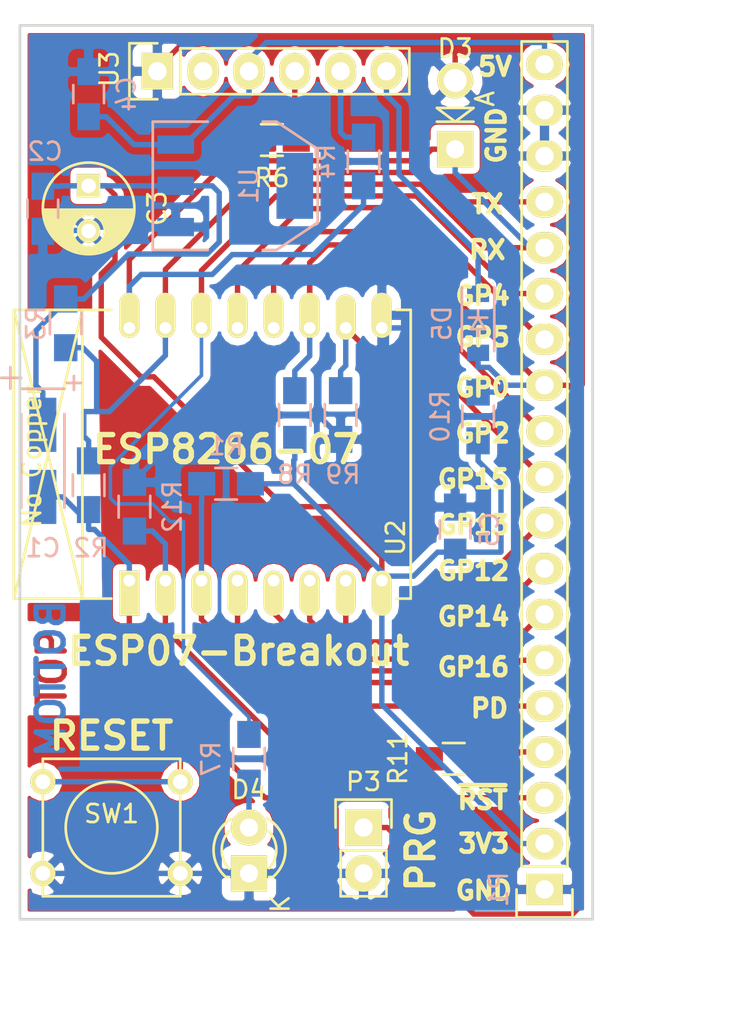
<source format=kicad_pcb>
(kicad_pcb (version 4) (host pcbnew "(2015-12-28 BZR 6407, Git 3dff6c0)-product")

  (general
    (links 65)
    (no_connects 0)
    (area 163.646299 93.415 208.66 152.560001)
    (thickness 1.6)
    (drawings 30)
    (tracks 294)
    (zones 0)
    (modules 25)
    (nets 24)
  )

  (page A4)
  (title_block
    (title ESP07-Breakout)
    (date 2016-01-03)
    (rev 1.1)
    (company "(C) J. Boehmer")
  )

  (layers
    (0 F.Cu signal)
    (31 B.Cu signal)
    (32 B.Adhes user)
    (33 F.Adhes user)
    (34 B.Paste user)
    (35 F.Paste user)
    (36 B.SilkS user)
    (37 F.SilkS user)
    (38 B.Mask user)
    (39 F.Mask user)
    (40 Dwgs.User user)
    (41 Cmts.User user)
    (42 Eco1.User user)
    (43 Eco2.User user)
    (44 Edge.Cuts user)
    (45 Margin user)
    (46 B.CrtYd user)
    (47 F.CrtYd user)
    (48 B.Fab user)
    (49 F.Fab user)
  )

  (setup
    (last_trace_width 0.3)
    (trace_clearance 0.35)
    (zone_clearance 0.4)
    (zone_45_only yes)
    (trace_min 0.2)
    (segment_width 0.2)
    (edge_width 0.15)
    (via_size 1.2)
    (via_drill 0.8)
    (via_min_size 0.4)
    (via_min_drill 0.3)
    (uvia_size 0.3)
    (uvia_drill 0.1)
    (uvias_allowed no)
    (uvia_min_size 0.2)
    (uvia_min_drill 0.1)
    (pcb_text_width 0.3)
    (pcb_text_size 1.5 1.5)
    (mod_edge_width 0.15)
    (mod_text_size 1 1)
    (mod_text_width 0.15)
    (pad_size 1.524 1.524)
    (pad_drill 0.762)
    (pad_to_mask_clearance 0.2)
    (aux_axis_origin 0 0)
    (visible_elements 7FFFFFFF)
    (pcbplotparams
      (layerselection 0x00030_ffffffff)
      (usegerberextensions false)
      (excludeedgelayer true)
      (linewidth 0.100000)
      (plotframeref false)
      (viasonmask false)
      (mode 1)
      (useauxorigin false)
      (hpglpennumber 1)
      (hpglpenspeed 20)
      (hpglpendiameter 15)
      (hpglpenoverlay 2)
      (psnegative false)
      (psa4output false)
      (plotreference true)
      (plotvalue true)
      (plotinvisibletext false)
      (padsonsilk false)
      (subtractmaskfromsilk false)
      (outputformat 1)
      (mirror false)
      (drillshape 1)
      (scaleselection 1)
      (outputdirectory export/))
  )

  (net 0 "")
  (net 1 /RST)
  (net 2 /DTR)
  (net 3 +3V3)
  (net 4 GND)
  (net 5 "Net-(D4-Pad2)")
  (net 6 /GPIO0)
  (net 7 /CH_PD)
  (net 8 "Net-(P1-Pad6)")
  (net 9 "Net-(P1-Pad7)")
  (net 10 /TX)
  (net 11 /RX)
  (net 12 /LED)
  (net 13 /GPIO2)
  (net 14 /GPIO15)
  (net 15 /RXF)
  (net 16 /TXF)
  (net 17 +5V)
  (net 18 "Net-(U3-Pad2)")
  (net 19 /AIN)
  (net 20 "Net-(P1-Pad8)")
  (net 21 "Net-(P1-Pad9)")
  (net 22 /GPIO5)
  (net 23 /ADC)

  (net_class Default "Dies ist die voreingestellte Netzklasse."
    (clearance 0.35)
    (trace_width 0.3)
    (via_dia 1.2)
    (via_drill 0.8)
    (uvia_dia 0.3)
    (uvia_drill 0.1)
    (add_net +3V3)
    (add_net +5V)
    (add_net /ADC)
    (add_net /AIN)
    (add_net /CH_PD)
    (add_net /DTR)
    (add_net /GPIO0)
    (add_net /GPIO15)
    (add_net /GPIO2)
    (add_net /GPIO5)
    (add_net /RST)
    (add_net /RX)
    (add_net /RXF)
    (add_net /TX)
    (add_net /TXF)
    (add_net "Net-(D4-Pad2)")
    (add_net "Net-(P1-Pad6)")
    (add_net "Net-(P1-Pad7)")
    (add_net "Net-(P1-Pad8)")
    (add_net "Net-(P1-Pad9)")
    (add_net "Net-(U3-Pad2)")
  )

  (net_class small ""
    (clearance 0.35)
    (trace_width 0.2)
    (via_dia 1.2)
    (via_drill 0.8)
    (uvia_dia 0.3)
    (uvia_drill 0.1)
    (add_net /LED)
    (add_net GND)
  )

  (module Capacitors_Tantalum_SMD:TantalC_SizeA_EIA-3216_HandSoldering (layer B.Cu) (tedit 568936DE) (tstamp 568808E7)
    (at 166.37 119.38 270)
    (descr "Tantal Cap. , Size A, EIA-3216, Hand Soldering,")
    (tags "Tantal Cap. , Size A, EIA-3216, Hand Soldering,")
    (path /56886EFF)
    (attr smd)
    (fp_text reference C1 (at 4.826 0 360) (layer B.SilkS)
      (effects (font (size 1 1) (thickness 0.15)) (justify mirror))
    )
    (fp_text value 1u (at -0.09906 -3.0988 270) (layer B.Fab)
      (effects (font (size 1 1) (thickness 0.15)) (justify mirror))
    )
    (fp_text user + (at -4.318 -1.651 270) (layer B.SilkS)
      (effects (font (size 1 1) (thickness 0.15)) (justify mirror))
    )
    (fp_line (start -2.60096 -1.19888) (end 2.60096 -1.19888) (layer B.SilkS) (width 0.15))
    (fp_line (start 2.60096 1.19888) (end -2.60096 1.19888) (layer B.SilkS) (width 0.15))
    (fp_line (start -4.59994 2.2987) (end -4.59994 1.19888) (layer B.SilkS) (width 0.15))
    (fp_line (start -5.19938 1.79832) (end -4.0005 1.79832) (layer B.SilkS) (width 0.15))
    (fp_line (start -3.99542 1.19888) (end -3.99542 -1.19888) (layer B.SilkS) (width 0.15))
    (pad 2 smd rect (at 1.99898 0 270) (size 2.99974 1.50114) (layers B.Cu B.Paste B.Mask)
      (net 1 /RST))
    (pad 1 smd rect (at -1.99898 0 270) (size 2.99974 1.50114) (layers B.Cu B.Paste B.Mask)
      (net 3 +3V3))
    (model Capacitors_Tantalum_SMD.3dshapes/TantalC_SizeA_EIA-3216_HandSoldering.wrl
      (at (xyz 0 0 0))
      (scale (xyz 1 1 1))
      (rotate (xyz 0 0 180))
    )
  )

  (module Capacitors_SMD:C_0805_HandSoldering (layer B.Cu) (tedit 56894085) (tstamp 568808ED)
    (at 166.37 105.41 270)
    (descr "Capacitor SMD 0805, hand soldering")
    (tags "capacitor 0805")
    (path /566C1576)
    (attr smd)
    (fp_text reference C2 (at -3.175 -0.127 360) (layer B.SilkS)
      (effects (font (size 1 1) (thickness 0.15)) (justify mirror))
    )
    (fp_text value 100n (at 0 -2.1 270) (layer B.Fab)
      (effects (font (size 1 1) (thickness 0.15)) (justify mirror))
    )
    (fp_line (start -2.3 1) (end 2.3 1) (layer B.CrtYd) (width 0.05))
    (fp_line (start -2.3 -1) (end 2.3 -1) (layer B.CrtYd) (width 0.05))
    (fp_line (start -2.3 1) (end -2.3 -1) (layer B.CrtYd) (width 0.05))
    (fp_line (start 2.3 1) (end 2.3 -1) (layer B.CrtYd) (width 0.05))
    (fp_line (start 0.5 0.85) (end -0.5 0.85) (layer B.SilkS) (width 0.15))
    (fp_line (start -0.5 -0.85) (end 0.5 -0.85) (layer B.SilkS) (width 0.15))
    (pad 1 smd rect (at -1.25 0 270) (size 1.5 1.25) (layers B.Cu B.Paste B.Mask)
      (net 3 +3V3))
    (pad 2 smd rect (at 1.25 0 270) (size 1.5 1.25) (layers B.Cu B.Paste B.Mask)
      (net 4 GND))
    (model Capacitors_SMD.3dshapes/C_0805_HandSoldering.wrl
      (at (xyz 0 0 0))
      (scale (xyz 1 1 1))
      (rotate (xyz 0 0 0))
    )
  )

  (module Capacitors_ThroughHole:C_Radial_D5_L6_P2.5 (layer F.Cu) (tedit 0) (tstamp 568808F3)
    (at 168.91 104.14 270)
    (descr "Radial Electrolytic Capacitor Diameter 5mm x Length 6mm, Pitch 2.5mm")
    (tags "Electrolytic Capacitor")
    (path /566C160C)
    (fp_text reference C3 (at 1.25 -3.8 270) (layer F.SilkS)
      (effects (font (size 1 1) (thickness 0.15)))
    )
    (fp_text value 100u (at 1.25 3.8 270) (layer F.Fab)
      (effects (font (size 1 1) (thickness 0.15)))
    )
    (fp_line (start 1.325 -2.499) (end 1.325 2.499) (layer F.SilkS) (width 0.15))
    (fp_line (start 1.465 -2.491) (end 1.465 2.491) (layer F.SilkS) (width 0.15))
    (fp_line (start 1.605 -2.475) (end 1.605 -0.095) (layer F.SilkS) (width 0.15))
    (fp_line (start 1.605 0.095) (end 1.605 2.475) (layer F.SilkS) (width 0.15))
    (fp_line (start 1.745 -2.451) (end 1.745 -0.49) (layer F.SilkS) (width 0.15))
    (fp_line (start 1.745 0.49) (end 1.745 2.451) (layer F.SilkS) (width 0.15))
    (fp_line (start 1.885 -2.418) (end 1.885 -0.657) (layer F.SilkS) (width 0.15))
    (fp_line (start 1.885 0.657) (end 1.885 2.418) (layer F.SilkS) (width 0.15))
    (fp_line (start 2.025 -2.377) (end 2.025 -0.764) (layer F.SilkS) (width 0.15))
    (fp_line (start 2.025 0.764) (end 2.025 2.377) (layer F.SilkS) (width 0.15))
    (fp_line (start 2.165 -2.327) (end 2.165 -0.835) (layer F.SilkS) (width 0.15))
    (fp_line (start 2.165 0.835) (end 2.165 2.327) (layer F.SilkS) (width 0.15))
    (fp_line (start 2.305 -2.266) (end 2.305 -0.879) (layer F.SilkS) (width 0.15))
    (fp_line (start 2.305 0.879) (end 2.305 2.266) (layer F.SilkS) (width 0.15))
    (fp_line (start 2.445 -2.196) (end 2.445 -0.898) (layer F.SilkS) (width 0.15))
    (fp_line (start 2.445 0.898) (end 2.445 2.196) (layer F.SilkS) (width 0.15))
    (fp_line (start 2.585 -2.114) (end 2.585 -0.896) (layer F.SilkS) (width 0.15))
    (fp_line (start 2.585 0.896) (end 2.585 2.114) (layer F.SilkS) (width 0.15))
    (fp_line (start 2.725 -2.019) (end 2.725 -0.871) (layer F.SilkS) (width 0.15))
    (fp_line (start 2.725 0.871) (end 2.725 2.019) (layer F.SilkS) (width 0.15))
    (fp_line (start 2.865 -1.908) (end 2.865 -0.823) (layer F.SilkS) (width 0.15))
    (fp_line (start 2.865 0.823) (end 2.865 1.908) (layer F.SilkS) (width 0.15))
    (fp_line (start 3.005 -1.78) (end 3.005 -0.745) (layer F.SilkS) (width 0.15))
    (fp_line (start 3.005 0.745) (end 3.005 1.78) (layer F.SilkS) (width 0.15))
    (fp_line (start 3.145 -1.631) (end 3.145 -0.628) (layer F.SilkS) (width 0.15))
    (fp_line (start 3.145 0.628) (end 3.145 1.631) (layer F.SilkS) (width 0.15))
    (fp_line (start 3.285 -1.452) (end 3.285 -0.44) (layer F.SilkS) (width 0.15))
    (fp_line (start 3.285 0.44) (end 3.285 1.452) (layer F.SilkS) (width 0.15))
    (fp_line (start 3.425 -1.233) (end 3.425 1.233) (layer F.SilkS) (width 0.15))
    (fp_line (start 3.565 -0.944) (end 3.565 0.944) (layer F.SilkS) (width 0.15))
    (fp_line (start 3.705 -0.472) (end 3.705 0.472) (layer F.SilkS) (width 0.15))
    (fp_circle (center 2.5 0) (end 2.5 -0.9) (layer F.SilkS) (width 0.15))
    (fp_circle (center 1.25 0) (end 1.25 -2.5375) (layer F.SilkS) (width 0.15))
    (fp_circle (center 1.25 0) (end 1.25 -2.8) (layer F.CrtYd) (width 0.05))
    (pad 1 thru_hole rect (at 0 0 270) (size 1.3 1.3) (drill 0.8) (layers *.Cu *.Mask F.SilkS)
      (net 3 +3V3))
    (pad 2 thru_hole circle (at 2.5 0 270) (size 1.3 1.3) (drill 0.8) (layers *.Cu *.Mask F.SilkS)
      (net 4 GND))
    (model Capacitors_ThroughHole.3dshapes/C_Radial_D5_L6_P2.5.wrl
      (at (xyz 0.0492126 0 0))
      (scale (xyz 1 1 1))
      (rotate (xyz 0 0 90))
    )
  )

  (module Capacitors_SMD:C_0805_HandSoldering (layer B.Cu) (tedit 541A9B8D) (tstamp 568808F9)
    (at 168.91 99.06 90)
    (descr "Capacitor SMD 0805, hand soldering")
    (tags "capacitor 0805")
    (path /56880D81)
    (attr smd)
    (fp_text reference C4 (at 0 2.1 90) (layer B.SilkS)
      (effects (font (size 1 1) (thickness 0.15)) (justify mirror))
    )
    (fp_text value 100n (at 0 -2.1 90) (layer B.Fab)
      (effects (font (size 1 1) (thickness 0.15)) (justify mirror))
    )
    (fp_line (start -2.3 1) (end 2.3 1) (layer B.CrtYd) (width 0.05))
    (fp_line (start -2.3 -1) (end 2.3 -1) (layer B.CrtYd) (width 0.05))
    (fp_line (start -2.3 1) (end -2.3 -1) (layer B.CrtYd) (width 0.05))
    (fp_line (start 2.3 1) (end 2.3 -1) (layer B.CrtYd) (width 0.05))
    (fp_line (start 0.5 0.85) (end -0.5 0.85) (layer B.SilkS) (width 0.15))
    (fp_line (start -0.5 -0.85) (end 0.5 -0.85) (layer B.SilkS) (width 0.15))
    (pad 1 smd rect (at -1.25 0 90) (size 1.5 1.25) (layers B.Cu B.Paste B.Mask)
      (net 17 +5V))
    (pad 2 smd rect (at 1.25 0 90) (size 1.5 1.25) (layers B.Cu B.Paste B.Mask)
      (net 4 GND))
    (model Capacitors_SMD.3dshapes/C_0805_HandSoldering.wrl
      (at (xyz 0 0 0))
      (scale (xyz 1 1 1))
      (rotate (xyz 0 0 0))
    )
  )

  (module Capacitors_SMD:C_0805_HandSoldering (layer B.Cu) (tedit 5689368E) (tstamp 568808FF)
    (at 189.23 123.19 90)
    (descr "Capacitor SMD 0805, hand soldering")
    (tags "capacitor 0805")
    (path /56880DF6)
    (attr smd)
    (fp_text reference C5 (at 0 1.905 90) (layer B.SilkS)
      (effects (font (size 1 1) (thickness 0.15)) (justify mirror))
    )
    (fp_text value 100n (at -0.127 -1.016 90) (layer B.Fab)
      (effects (font (size 1 1) (thickness 0.15)) (justify mirror))
    )
    (fp_line (start -2.3 1) (end 2.3 1) (layer B.CrtYd) (width 0.05))
    (fp_line (start -2.3 -1) (end 2.3 -1) (layer B.CrtYd) (width 0.05))
    (fp_line (start -2.3 1) (end -2.3 -1) (layer B.CrtYd) (width 0.05))
    (fp_line (start 2.3 1) (end 2.3 -1) (layer B.CrtYd) (width 0.05))
    (fp_line (start 0.5 0.85) (end -0.5 0.85) (layer B.SilkS) (width 0.15))
    (fp_line (start -0.5 -0.85) (end 0.5 -0.85) (layer B.SilkS) (width 0.15))
    (pad 1 smd rect (at -1.25 0 90) (size 1.5 1.25) (layers B.Cu B.Paste B.Mask)
      (net 3 +3V3))
    (pad 2 smd rect (at 1.25 0 90) (size 1.5 1.25) (layers B.Cu B.Paste B.Mask)
      (net 4 GND))
    (model Capacitors_SMD.3dshapes/C_0805_HandSoldering.wrl
      (at (xyz 0 0 0))
      (scale (xyz 1 1 1))
      (rotate (xyz 0 0 0))
    )
  )

  (module Diodes_ThroughHole:Diode_DO-41_SOD81_Vertical_AnodeUp (layer F.Cu) (tedit 56892BD4) (tstamp 56880905)
    (at 189.23 102.11 90)
    (descr "Diode, DO-41, SOD81, Vertical, Anode Up,")
    (tags "Diode, DO-41, SOD81, Vertical, Anode Up, 1N4007, SB140,")
    (path /566F41A3)
    (fp_text reference D3 (at 5.59 0 180) (layer F.SilkS)
      (effects (font (size 1 1) (thickness 0.15)))
    )
    (fp_text value 3V3 (at 0.05 -2 90) (layer F.Fab)
      (effects (font (size 1 1) (thickness 0.15)))
    )
    (fp_text user A (at 2.794 1.651 90) (layer F.SilkS)
      (effects (font (size 1 1) (thickness 0.15)))
    )
    (fp_line (start 1.524 0) (end 2.286 1.016) (layer F.SilkS) (width 0.15))
    (fp_line (start 1.524 0) (end 2.286 -1.016) (layer F.SilkS) (width 0.15))
    (fp_line (start 1.524 -1.016) (end 1.524 1.016) (layer F.SilkS) (width 0.15))
    (fp_line (start 2.286 -1.016) (end 2.286 1.016) (layer F.SilkS) (width 0.15))
    (pad 2 thru_hole circle (at 3.81 0 90) (size 1.99898 1.99898) (drill 1.27) (layers *.Cu *.Mask F.SilkS)
      (net 4 GND))
    (pad 1 thru_hole rect (at 0 0 90) (size 1.99898 1.99898) (drill 1.00076) (layers *.Cu *.Mask F.SilkS)
      (net 11 /RX))
  )

  (module LEDs:LED-3MM (layer F.Cu) (tedit 568B9E7C) (tstamp 5688090B)
    (at 177.8 142.24 90)
    (descr "LED 3mm round vertical")
    (tags "LED  3mm round vertical")
    (path /566F7A8B)
    (fp_text reference D4 (at 4.6355 0 180) (layer F.SilkS)
      (effects (font (size 1 1) (thickness 0.15)))
    )
    (fp_text value LED (at 1.3 -2.9 90) (layer F.Fab)
      (effects (font (size 1 1) (thickness 0.15)))
    )
    (fp_line (start -1.2 2.3) (end 3.8 2.3) (layer F.CrtYd) (width 0.05))
    (fp_line (start 3.8 2.3) (end 3.8 -2.2) (layer F.CrtYd) (width 0.05))
    (fp_line (start 3.8 -2.2) (end -1.2 -2.2) (layer F.CrtYd) (width 0.05))
    (fp_line (start -1.2 -2.2) (end -1.2 2.3) (layer F.CrtYd) (width 0.05))
    (fp_line (start -0.199 1.314) (end -0.199 1.114) (layer F.SilkS) (width 0.15))
    (fp_line (start -0.199 -1.28) (end -0.199 -1.1) (layer F.SilkS) (width 0.15))
    (fp_arc (start 1.301 0.034) (end -0.199 -1.286) (angle 108.5) (layer F.SilkS) (width 0.15))
    (fp_arc (start 1.301 0.034) (end 0.25 -1.1) (angle 85.7) (layer F.SilkS) (width 0.15))
    (fp_arc (start 1.311 0.034) (end 3.051 0.994) (angle 110) (layer F.SilkS) (width 0.15))
    (fp_arc (start 1.301 0.034) (end 2.335 1.094) (angle 87.5) (layer F.SilkS) (width 0.15))
    (fp_text user K (at -1.69 1.74 90) (layer F.SilkS)
      (effects (font (size 1 1) (thickness 0.15)))
    )
    (pad 1 thru_hole rect (at 0 0 180) (size 2 2) (drill 1.00076) (layers *.Cu *.Mask F.SilkS)
      (net 4 GND))
    (pad 2 thru_hole circle (at 2.54 0 90) (size 2 2) (drill 1.00076) (layers *.Cu *.Mask F.SilkS)
      (net 5 "Net-(D4-Pad2)"))
    (model LEDs.3dshapes/LED-3MM.wrl
      (at (xyz 0.05 0 0))
      (scale (xyz 1 1 1))
      (rotate (xyz 0 0 90))
    )
  )

  (module Diodes_SMD:SOD-123 (layer B.Cu) (tedit 5530FCB9) (tstamp 56880911)
    (at 190.5 111.76 270)
    (descr SOD-123)
    (tags SOD-123)
    (path /566C65D8)
    (attr smd)
    (fp_text reference D5 (at 0 2 270) (layer B.SilkS)
      (effects (font (size 1 1) (thickness 0.15)) (justify mirror))
    )
    (fp_text value D (at 0 -2.1 270) (layer B.Fab)
      (effects (font (size 1 1) (thickness 0.15)) (justify mirror))
    )
    (fp_line (start 0.3175 0) (end 0.6985 0) (layer B.SilkS) (width 0.15))
    (fp_line (start -0.6985 0) (end -0.3175 0) (layer B.SilkS) (width 0.15))
    (fp_line (start -0.3175 0) (end 0.3175 0.381) (layer B.SilkS) (width 0.15))
    (fp_line (start 0.3175 0.381) (end 0.3175 -0.381) (layer B.SilkS) (width 0.15))
    (fp_line (start 0.3175 -0.381) (end -0.3175 0) (layer B.SilkS) (width 0.15))
    (fp_line (start -0.3175 0.508) (end -0.3175 -0.508) (layer B.SilkS) (width 0.15))
    (fp_line (start -2.25 1.05) (end 2.25 1.05) (layer B.CrtYd) (width 0.05))
    (fp_line (start 2.25 1.05) (end 2.25 -1.05) (layer B.CrtYd) (width 0.05))
    (fp_line (start 2.25 -1.05) (end -2.25 -1.05) (layer B.CrtYd) (width 0.05))
    (fp_line (start -2.25 1.05) (end -2.25 -1.05) (layer B.CrtYd) (width 0.05))
    (fp_line (start -2 -0.9) (end 1.54 -0.9) (layer B.SilkS) (width 0.15))
    (fp_line (start -2 0.9) (end 1.54 0.9) (layer B.SilkS) (width 0.15))
    (pad 1 smd rect (at -1.635 0 270) (size 0.91 1.22) (layers B.Cu B.Paste B.Mask)
      (net 2 /DTR))
    (pad 2 smd rect (at 1.635 0 270) (size 0.91 1.22) (layers B.Cu B.Paste B.Mask)
      (net 6 /GPIO0))
  )

  (module Pin_Headers:Pin_Header_Straight_1x19 (layer F.Cu) (tedit 56893638) (tstamp 56880928)
    (at 194.183 143.129 180)
    (descr "Through hole pin header")
    (tags "pin header")
    (path /568800AC)
    (fp_text reference P1 (at 2.54 0 270) (layer B.SilkS)
      (effects (font (size 1 1) (thickness 0.15)) (justify mirror))
    )
    (fp_text value Breakout (at 0 -3.1 180) (layer F.Fab)
      (effects (font (size 1 1) (thickness 0.15)))
    )
    (fp_line (start -1.75 -1.75) (end -1.75 47.5) (layer F.CrtYd) (width 0.05))
    (fp_line (start 1.75 -1.75) (end 1.75 47.5) (layer F.CrtYd) (width 0.05))
    (fp_line (start -1.75 -1.75) (end 1.75 -1.75) (layer F.CrtYd) (width 0.05))
    (fp_line (start -1.75 47.5) (end 1.75 47.5) (layer F.CrtYd) (width 0.05))
    (fp_line (start 1.27 1.27) (end 1.27 46.99) (layer F.SilkS) (width 0.15))
    (fp_line (start 1.27 46.99) (end -1.27 46.99) (layer F.SilkS) (width 0.15))
    (fp_line (start -1.27 46.99) (end -1.27 1.27) (layer F.SilkS) (width 0.15))
    (fp_line (start 1.55 -1.55) (end 1.55 0) (layer F.SilkS) (width 0.15))
    (fp_line (start 1.27 1.27) (end -1.27 1.27) (layer F.SilkS) (width 0.15))
    (fp_line (start -1.55 0) (end -1.55 -1.55) (layer F.SilkS) (width 0.15))
    (fp_line (start -1.55 -1.55) (end 1.55 -1.55) (layer F.SilkS) (width 0.15))
    (pad 1 thru_hole rect (at 0 0 180) (size 2.032 1.7272) (drill 1.016) (layers *.Cu *.Mask F.SilkS)
      (net 4 GND))
    (pad 2 thru_hole oval (at 0 2.54 180) (size 2.032 1.7272) (drill 1.016) (layers *.Cu *.Mask F.SilkS)
      (net 3 +3V3))
    (pad 3 thru_hole oval (at 0 5.08 180) (size 2.032 1.7272) (drill 1.016) (layers *.Cu *.Mask F.SilkS)
      (net 1 /RST))
    (pad 4 thru_hole oval (at 0 7.62 180) (size 2.032 1.7272) (drill 1.016) (layers *.Cu *.Mask F.SilkS)
      (net 19 /AIN))
    (pad 5 thru_hole oval (at 0 10.16 180) (size 2.032 1.7272) (drill 1.016) (layers *.Cu *.Mask F.SilkS)
      (net 7 /CH_PD))
    (pad 6 thru_hole oval (at 0 12.7 180) (size 2.032 1.7272) (drill 1.016) (layers *.Cu *.Mask F.SilkS)
      (net 8 "Net-(P1-Pad6)"))
    (pad 7 thru_hole oval (at 0 15.24 180) (size 2.032 1.7272) (drill 1.016) (layers *.Cu *.Mask F.SilkS)
      (net 9 "Net-(P1-Pad7)"))
    (pad 8 thru_hole oval (at 0 17.78 180) (size 2.032 1.7272) (drill 1.016) (layers *.Cu *.Mask F.SilkS)
      (net 20 "Net-(P1-Pad8)"))
    (pad 9 thru_hole oval (at 0 20.32 180) (size 2.032 1.7272) (drill 1.016) (layers *.Cu *.Mask F.SilkS)
      (net 21 "Net-(P1-Pad9)"))
    (pad 10 thru_hole oval (at 0 22.86 180) (size 2.032 1.7272) (drill 1.016) (layers *.Cu *.Mask F.SilkS)
      (net 14 /GPIO15))
    (pad 11 thru_hole oval (at 0 25.4 180) (size 2.032 1.7272) (drill 1.016) (layers *.Cu *.Mask F.SilkS)
      (net 13 /GPIO2))
    (pad 12 thru_hole oval (at 0 27.94 180) (size 2.032 1.7272) (drill 1.016) (layers *.Cu *.Mask F.SilkS)
      (net 6 /GPIO0))
    (pad 13 thru_hole oval (at 0 30.48 180) (size 2.032 1.7272) (drill 1.016) (layers *.Cu *.Mask F.SilkS)
      (net 22 /GPIO5))
    (pad 14 thru_hole oval (at 0 33.02 180) (size 2.032 1.7272) (drill 1.016) (layers *.Cu *.Mask F.SilkS)
      (net 12 /LED))
    (pad 15 thru_hole oval (at 0 35.56 180) (size 2.032 1.7272) (drill 1.016) (layers *.Cu *.Mask F.SilkS)
      (net 11 /RX))
    (pad 16 thru_hole oval (at 0 38.1 180) (size 2.032 1.7272) (drill 1.016) (layers *.Cu *.Mask F.SilkS)
      (net 10 /TX))
    (pad 17 thru_hole oval (at 0 40.64 180) (size 2.032 1.7272) (drill 1.016) (layers *.Cu *.Mask F.SilkS)
      (net 4 GND))
    (pad 18 thru_hole oval (at 0 43.18 180) (size 2.032 1.7272) (drill 1.016) (layers *.Cu *.Mask F.SilkS)
      (net 4 GND))
    (pad 19 thru_hole oval (at 0 45.72 180) (size 2.032 1.7272) (drill 1.016) (layers *.Cu *.Mask F.SilkS)
      (net 17 +5V))
    (model Pin_Headers.3dshapes/Pin_Header_Straight_1x19.wrl
      (at (xyz 0 -0.9 -0.05))
      (scale (xyz 1 1 1))
      (rotate (xyz 0 180 90))
    )
  )

  (module Pin_Headers:Pin_Header_Straight_1x02 (layer F.Cu) (tedit 568B9E89) (tstamp 5688092E)
    (at 184.15 139.7)
    (descr "Through hole pin header")
    (tags "pin header")
    (path /566F4C74)
    (fp_text reference P3 (at 0 -2.54) (layer F.SilkS)
      (effects (font (size 1 1) (thickness 0.15)))
    )
    (fp_text value PRG (at 0.127 -3.1115) (layer F.Fab) hide
      (effects (font (size 1 1) (thickness 0.15)))
    )
    (fp_line (start 1.27 1.27) (end 1.27 3.81) (layer F.SilkS) (width 0.15))
    (fp_line (start 1.55 -1.55) (end 1.55 0) (layer F.SilkS) (width 0.15))
    (fp_line (start -1.75 -1.75) (end -1.75 4.3) (layer F.CrtYd) (width 0.05))
    (fp_line (start 1.75 -1.75) (end 1.75 4.3) (layer F.CrtYd) (width 0.05))
    (fp_line (start -1.75 -1.75) (end 1.75 -1.75) (layer F.CrtYd) (width 0.05))
    (fp_line (start -1.75 4.3) (end 1.75 4.3) (layer F.CrtYd) (width 0.05))
    (fp_line (start 1.27 1.27) (end -1.27 1.27) (layer F.SilkS) (width 0.15))
    (fp_line (start -1.55 0) (end -1.55 -1.55) (layer F.SilkS) (width 0.15))
    (fp_line (start -1.55 -1.55) (end 1.55 -1.55) (layer F.SilkS) (width 0.15))
    (fp_line (start -1.27 1.27) (end -1.27 3.81) (layer F.SilkS) (width 0.15))
    (fp_line (start -1.27 3.81) (end 1.27 3.81) (layer F.SilkS) (width 0.15))
    (pad 1 thru_hole rect (at 0 0) (size 2.032 2.032) (drill 1.016) (layers *.Cu *.Mask F.SilkS)
      (net 6 /GPIO0))
    (pad 2 thru_hole oval (at 0 2.54) (size 2.032 2.032) (drill 1.016) (layers *.Cu *.Mask F.SilkS)
      (net 4 GND))
    (model Pin_Headers.3dshapes/Pin_Header_Straight_1x02.wrl
      (at (xyz 0 -0.05 0))
      (scale (xyz 1 1 1))
      (rotate (xyz 0 0 90))
    )
  )

  (module Resistors_SMD:R_0805_HandSoldering (layer B.Cu) (tedit 54189DEE) (tstamp 56880934)
    (at 176.53 120.65 180)
    (descr "Resistor SMD 0805, hand soldering")
    (tags "resistor 0805")
    (path /566C2912)
    (attr smd)
    (fp_text reference R1 (at 0 2.1 180) (layer B.SilkS)
      (effects (font (size 1 1) (thickness 0.15)) (justify mirror))
    )
    (fp_text value 10k (at 0 -2.1 180) (layer B.Fab)
      (effects (font (size 1 1) (thickness 0.15)) (justify mirror))
    )
    (fp_line (start -2.4 1) (end 2.4 1) (layer B.CrtYd) (width 0.05))
    (fp_line (start -2.4 -1) (end 2.4 -1) (layer B.CrtYd) (width 0.05))
    (fp_line (start -2.4 1) (end -2.4 -1) (layer B.CrtYd) (width 0.05))
    (fp_line (start 2.4 1) (end 2.4 -1) (layer B.CrtYd) (width 0.05))
    (fp_line (start 0.6 -0.875) (end -0.6 -0.875) (layer B.SilkS) (width 0.15))
    (fp_line (start -0.6 0.875) (end 0.6 0.875) (layer B.SilkS) (width 0.15))
    (pad 1 smd rect (at -1.35 0 180) (size 1.5 1.3) (layers B.Cu B.Paste B.Mask)
      (net 3 +3V3))
    (pad 2 smd rect (at 1.35 0 180) (size 1.5 1.3) (layers B.Cu B.Paste B.Mask)
      (net 7 /CH_PD))
    (model Resistors_SMD.3dshapes/R_0805_HandSoldering.wrl
      (at (xyz 0 0 0))
      (scale (xyz 1 1 1))
      (rotate (xyz 0 0 0))
    )
  )

  (module Resistors_SMD:R_0805_HandSoldering (layer B.Cu) (tedit 5689369A) (tstamp 5688093A)
    (at 168.91 120.73 270)
    (descr "Resistor SMD 0805, hand soldering")
    (tags "resistor 0805")
    (path /56887474)
    (attr smd)
    (fp_text reference R2 (at 3.476 -0.127 360) (layer B.SilkS)
      (effects (font (size 1 1) (thickness 0.15)) (justify mirror))
    )
    (fp_text value 41,2k (at 0 -2.1 270) (layer B.Fab)
      (effects (font (size 1 1) (thickness 0.15)) (justify mirror))
    )
    (fp_line (start -2.4 1) (end 2.4 1) (layer B.CrtYd) (width 0.05))
    (fp_line (start -2.4 -1) (end 2.4 -1) (layer B.CrtYd) (width 0.05))
    (fp_line (start -2.4 1) (end -2.4 -1) (layer B.CrtYd) (width 0.05))
    (fp_line (start 2.4 1) (end 2.4 -1) (layer B.CrtYd) (width 0.05))
    (fp_line (start 0.6 -0.875) (end -0.6 -0.875) (layer B.SilkS) (width 0.15))
    (fp_line (start -0.6 0.875) (end 0.6 0.875) (layer B.SilkS) (width 0.15))
    (pad 1 smd rect (at -1.35 0 270) (size 1.5 1.3) (layers B.Cu B.Paste B.Mask)
      (net 11 /RX))
    (pad 2 smd rect (at 1.35 0 270) (size 1.5 1.3) (layers B.Cu B.Paste B.Mask)
      (net 1 /RST))
    (model Resistors_SMD.3dshapes/R_0805_HandSoldering.wrl
      (at (xyz 0 0 0))
      (scale (xyz 1 1 1))
      (rotate (xyz 0 0 0))
    )
  )

  (module Resistors_SMD:R_0805_HandSoldering (layer B.Cu) (tedit 568936BF) (tstamp 56880940)
    (at 167.64 111.76 270)
    (descr "Resistor SMD 0805, hand soldering")
    (tags "resistor 0805")
    (path /568886A7)
    (attr smd)
    (fp_text reference R3 (at 0 1.651 270) (layer B.SilkS)
      (effects (font (size 1 1) (thickness 0.15)) (justify mirror))
    )
    (fp_text value 10k (at 0.127 -1.778 270) (layer B.Fab)
      (effects (font (size 1 1) (thickness 0.15)) (justify mirror))
    )
    (fp_line (start -2.4 1) (end 2.4 1) (layer B.CrtYd) (width 0.05))
    (fp_line (start -2.4 -1) (end 2.4 -1) (layer B.CrtYd) (width 0.05))
    (fp_line (start -2.4 1) (end -2.4 -1) (layer B.CrtYd) (width 0.05))
    (fp_line (start 2.4 1) (end 2.4 -1) (layer B.CrtYd) (width 0.05))
    (fp_line (start 0.6 -0.875) (end -0.6 -0.875) (layer B.SilkS) (width 0.15))
    (fp_line (start -0.6 0.875) (end 0.6 0.875) (layer B.SilkS) (width 0.15))
    (pad 1 smd rect (at -1.35 0 270) (size 1.5 1.3) (layers B.Cu B.Paste B.Mask)
      (net 3 +3V3))
    (pad 2 smd rect (at 1.35 0 270) (size 1.5 1.3) (layers B.Cu B.Paste B.Mask)
      (net 11 /RX))
    (model Resistors_SMD.3dshapes/R_0805_HandSoldering.wrl
      (at (xyz 0 0 0))
      (scale (xyz 1 1 1))
      (rotate (xyz 0 0 0))
    )
  )

  (module Resistors_SMD:R_0805_HandSoldering (layer B.Cu) (tedit 54189DEE) (tstamp 56880946)
    (at 184.15 102.79 270)
    (descr "Resistor SMD 0805, hand soldering")
    (tags "resistor 0805")
    (path /566F33DB)
    (attr smd)
    (fp_text reference R4 (at 0 2.1 270) (layer B.SilkS)
      (effects (font (size 1 1) (thickness 0.15)) (justify mirror))
    )
    (fp_text value 470 (at 0 -2.1 270) (layer B.Fab)
      (effects (font (size 1 1) (thickness 0.15)) (justify mirror))
    )
    (fp_line (start -2.4 1) (end 2.4 1) (layer B.CrtYd) (width 0.05))
    (fp_line (start -2.4 -1) (end 2.4 -1) (layer B.CrtYd) (width 0.05))
    (fp_line (start -2.4 1) (end -2.4 -1) (layer B.CrtYd) (width 0.05))
    (fp_line (start 2.4 1) (end 2.4 -1) (layer B.CrtYd) (width 0.05))
    (fp_line (start 0.6 -0.875) (end -0.6 -0.875) (layer B.SilkS) (width 0.15))
    (fp_line (start -0.6 0.875) (end 0.6 0.875) (layer B.SilkS) (width 0.15))
    (pad 1 smd rect (at -1.35 0 270) (size 1.5 1.3) (layers B.Cu B.Paste B.Mask)
      (net 15 /RXF))
    (pad 2 smd rect (at 1.35 0 270) (size 1.5 1.3) (layers B.Cu B.Paste B.Mask)
      (net 10 /TX))
    (model Resistors_SMD.3dshapes/R_0805_HandSoldering.wrl
      (at (xyz 0 0 0))
      (scale (xyz 1 1 1))
      (rotate (xyz 0 0 0))
    )
  )

  (module Resistors_SMD:R_0805_HandSoldering (layer F.Cu) (tedit 54189DEE) (tstamp 56880952)
    (at 179.07 101.6 180)
    (descr "Resistor SMD 0805, hand soldering")
    (tags "resistor 0805")
    (path /566F41B0)
    (attr smd)
    (fp_text reference R6 (at 0 -2.1 180) (layer F.SilkS)
      (effects (font (size 1 1) (thickness 0.15)))
    )
    (fp_text value 470 (at 0 2.1 180) (layer F.Fab)
      (effects (font (size 1 1) (thickness 0.15)))
    )
    (fp_line (start -2.4 -1) (end 2.4 -1) (layer F.CrtYd) (width 0.05))
    (fp_line (start -2.4 1) (end 2.4 1) (layer F.CrtYd) (width 0.05))
    (fp_line (start -2.4 -1) (end -2.4 1) (layer F.CrtYd) (width 0.05))
    (fp_line (start 2.4 -1) (end 2.4 1) (layer F.CrtYd) (width 0.05))
    (fp_line (start 0.6 0.875) (end -0.6 0.875) (layer F.SilkS) (width 0.15))
    (fp_line (start -0.6 -0.875) (end 0.6 -0.875) (layer F.SilkS) (width 0.15))
    (pad 1 smd rect (at -1.35 0 180) (size 1.5 1.3) (layers F.Cu F.Paste F.Mask)
      (net 16 /TXF))
    (pad 2 smd rect (at 1.35 0 180) (size 1.5 1.3) (layers F.Cu F.Paste F.Mask)
      (net 11 /RX))
    (model Resistors_SMD.3dshapes/R_0805_HandSoldering.wrl
      (at (xyz 0 0 0))
      (scale (xyz 1 1 1))
      (rotate (xyz 0 0 0))
    )
  )

  (module Resistors_SMD:R_0805_HandSoldering (layer B.Cu) (tedit 54189DEE) (tstamp 56880958)
    (at 177.8 135.89 270)
    (descr "Resistor SMD 0805, hand soldering")
    (tags "resistor 0805")
    (path /566F78B3)
    (attr smd)
    (fp_text reference R7 (at 0 2.1 270) (layer B.SilkS)
      (effects (font (size 1 1) (thickness 0.15)) (justify mirror))
    )
    (fp_text value 470 (at 0 -2.1 270) (layer B.Fab)
      (effects (font (size 1 1) (thickness 0.15)) (justify mirror))
    )
    (fp_line (start -2.4 1) (end 2.4 1) (layer B.CrtYd) (width 0.05))
    (fp_line (start -2.4 -1) (end 2.4 -1) (layer B.CrtYd) (width 0.05))
    (fp_line (start -2.4 1) (end -2.4 -1) (layer B.CrtYd) (width 0.05))
    (fp_line (start 2.4 1) (end 2.4 -1) (layer B.CrtYd) (width 0.05))
    (fp_line (start 0.6 -0.875) (end -0.6 -0.875) (layer B.SilkS) (width 0.15))
    (fp_line (start -0.6 0.875) (end 0.6 0.875) (layer B.SilkS) (width 0.15))
    (pad 1 smd rect (at -1.35 0 270) (size 1.5 1.3) (layers B.Cu B.Paste B.Mask)
      (net 12 /LED))
    (pad 2 smd rect (at 1.35 0 270) (size 1.5 1.3) (layers B.Cu B.Paste B.Mask)
      (net 5 "Net-(D4-Pad2)"))
    (model Resistors_SMD.3dshapes/R_0805_HandSoldering.wrl
      (at (xyz 0 0 0))
      (scale (xyz 1 1 1))
      (rotate (xyz 0 0 0))
    )
  )

  (module Resistors_SMD:R_0805_HandSoldering (layer B.Cu) (tedit 5689366A) (tstamp 5688095E)
    (at 180.34 116.84 90)
    (descr "Resistor SMD 0805, hand soldering")
    (tags "resistor 0805")
    (path /566C4347)
    (attr smd)
    (fp_text reference R8 (at -3.302 0 180) (layer B.SilkS)
      (effects (font (size 1 1) (thickness 0.15)) (justify mirror))
    )
    (fp_text value 10k (at 0 -2.1 90) (layer B.Fab)
      (effects (font (size 1 1) (thickness 0.15)) (justify mirror))
    )
    (fp_line (start -2.4 1) (end 2.4 1) (layer B.CrtYd) (width 0.05))
    (fp_line (start -2.4 -1) (end 2.4 -1) (layer B.CrtYd) (width 0.05))
    (fp_line (start -2.4 1) (end -2.4 -1) (layer B.CrtYd) (width 0.05))
    (fp_line (start 2.4 1) (end 2.4 -1) (layer B.CrtYd) (width 0.05))
    (fp_line (start 0.6 -0.875) (end -0.6 -0.875) (layer B.SilkS) (width 0.15))
    (fp_line (start -0.6 0.875) (end 0.6 0.875) (layer B.SilkS) (width 0.15))
    (pad 1 smd rect (at -1.35 0 90) (size 1.5 1.3) (layers B.Cu B.Paste B.Mask)
      (net 3 +3V3))
    (pad 2 smd rect (at 1.35 0 90) (size 1.5 1.3) (layers B.Cu B.Paste B.Mask)
      (net 13 /GPIO2))
    (model Resistors_SMD.3dshapes/R_0805_HandSoldering.wrl
      (at (xyz 0 0 0))
      (scale (xyz 1 1 1))
      (rotate (xyz 0 0 0))
    )
  )

  (module Resistors_SMD:R_0805_HandSoldering (layer B.Cu) (tedit 56893663) (tstamp 56880964)
    (at 182.88 116.84 270)
    (descr "Resistor SMD 0805, hand soldering")
    (tags "resistor 0805")
    (path /566C4666)
    (attr smd)
    (fp_text reference R9 (at 3.302 -0.127 360) (layer B.SilkS)
      (effects (font (size 1 1) (thickness 0.15)) (justify mirror))
    )
    (fp_text value 10k (at 0 -2.1 270) (layer B.Fab)
      (effects (font (size 1 1) (thickness 0.15)) (justify mirror))
    )
    (fp_line (start -2.4 1) (end 2.4 1) (layer B.CrtYd) (width 0.05))
    (fp_line (start -2.4 -1) (end 2.4 -1) (layer B.CrtYd) (width 0.05))
    (fp_line (start -2.4 1) (end -2.4 -1) (layer B.CrtYd) (width 0.05))
    (fp_line (start 2.4 1) (end 2.4 -1) (layer B.CrtYd) (width 0.05))
    (fp_line (start 0.6 -0.875) (end -0.6 -0.875) (layer B.SilkS) (width 0.15))
    (fp_line (start -0.6 0.875) (end 0.6 0.875) (layer B.SilkS) (width 0.15))
    (pad 1 smd rect (at -1.35 0 270) (size 1.5 1.3) (layers B.Cu B.Paste B.Mask)
      (net 14 /GPIO15))
    (pad 2 smd rect (at 1.35 0 270) (size 1.5 1.3) (layers B.Cu B.Paste B.Mask)
      (net 4 GND))
    (model Resistors_SMD.3dshapes/R_0805_HandSoldering.wrl
      (at (xyz 0 0 0))
      (scale (xyz 1 1 1))
      (rotate (xyz 0 0 0))
    )
  )

  (module Resistors_SMD:R_0805_HandSoldering (layer B.Cu) (tedit 54189DEE) (tstamp 5688096A)
    (at 190.5 116.92 270)
    (descr "Resistor SMD 0805, hand soldering")
    (tags "resistor 0805")
    (path /566C6825)
    (attr smd)
    (fp_text reference R10 (at 0 2.1 270) (layer B.SilkS)
      (effects (font (size 1 1) (thickness 0.15)) (justify mirror))
    )
    (fp_text value 10k (at 0 -2.1 270) (layer B.Fab)
      (effects (font (size 1 1) (thickness 0.15)) (justify mirror))
    )
    (fp_line (start -2.4 1) (end 2.4 1) (layer B.CrtYd) (width 0.05))
    (fp_line (start -2.4 -1) (end 2.4 -1) (layer B.CrtYd) (width 0.05))
    (fp_line (start -2.4 1) (end -2.4 -1) (layer B.CrtYd) (width 0.05))
    (fp_line (start 2.4 1) (end 2.4 -1) (layer B.CrtYd) (width 0.05))
    (fp_line (start 0.6 -0.875) (end -0.6 -0.875) (layer B.SilkS) (width 0.15))
    (fp_line (start -0.6 0.875) (end 0.6 0.875) (layer B.SilkS) (width 0.15))
    (pad 1 smd rect (at -1.35 0 270) (size 1.5 1.3) (layers B.Cu B.Paste B.Mask)
      (net 6 /GPIO0))
    (pad 2 smd rect (at 1.35 0 270) (size 1.5 1.3) (layers B.Cu B.Paste B.Mask)
      (net 3 +3V3))
    (model Resistors_SMD.3dshapes/R_0805_HandSoldering.wrl
      (at (xyz 0 0 0))
      (scale (xyz 1 1 1))
      (rotate (xyz 0 0 0))
    )
  )

  (module Resistors_SMD:R_0805_HandSoldering (layer F.Cu) (tedit 568B9E8C) (tstamp 56880970)
    (at 189.15 135.89 180)
    (descr "Resistor SMD 0805, hand soldering")
    (tags "resistor 0805")
    (path /56884813)
    (attr smd)
    (fp_text reference R11 (at 3.095 0 270) (layer F.SilkS)
      (effects (font (size 1 1) (thickness 0.15)))
    )
    (fp_text value 10k (at 0 2.1 180) (layer F.Fab) hide
      (effects (font (size 1 1) (thickness 0.15)))
    )
    (fp_line (start -2.4 -1) (end 2.4 -1) (layer F.CrtYd) (width 0.05))
    (fp_line (start -2.4 1) (end 2.4 1) (layer F.CrtYd) (width 0.05))
    (fp_line (start -2.4 -1) (end -2.4 1) (layer F.CrtYd) (width 0.05))
    (fp_line (start 2.4 -1) (end 2.4 1) (layer F.CrtYd) (width 0.05))
    (fp_line (start 0.6 0.875) (end -0.6 0.875) (layer F.SilkS) (width 0.15))
    (fp_line (start -0.6 -0.875) (end 0.6 -0.875) (layer F.SilkS) (width 0.15))
    (pad 1 smd rect (at -1.35 0 180) (size 1.5 1.3) (layers F.Cu F.Paste F.Mask)
      (net 19 /AIN))
    (pad 2 smd rect (at 1.35 0 180) (size 1.5 1.3) (layers F.Cu F.Paste F.Mask)
      (net 23 /ADC))
    (model Resistors_SMD.3dshapes/R_0805_HandSoldering.wrl
      (at (xyz 0 0 0))
      (scale (xyz 1 1 1))
      (rotate (xyz 0 0 0))
    )
  )

  (module Resistors_SMD:R_0805_HandSoldering (layer B.Cu) (tedit 54189DEE) (tstamp 56880976)
    (at 171.45 121.92 90)
    (descr "Resistor SMD 0805, hand soldering")
    (tags "resistor 0805")
    (path /5688487B)
    (attr smd)
    (fp_text reference R12 (at 0 2.1 90) (layer B.SilkS)
      (effects (font (size 1 1) (thickness 0.15)) (justify mirror))
    )
    (fp_text value 1k (at 0 -2.1 90) (layer B.Fab)
      (effects (font (size 1 1) (thickness 0.15)) (justify mirror))
    )
    (fp_line (start -2.4 1) (end 2.4 1) (layer B.CrtYd) (width 0.05))
    (fp_line (start -2.4 -1) (end 2.4 -1) (layer B.CrtYd) (width 0.05))
    (fp_line (start -2.4 1) (end -2.4 -1) (layer B.CrtYd) (width 0.05))
    (fp_line (start 2.4 1) (end 2.4 -1) (layer B.CrtYd) (width 0.05))
    (fp_line (start 0.6 -0.875) (end -0.6 -0.875) (layer B.SilkS) (width 0.15))
    (fp_line (start -0.6 0.875) (end 0.6 0.875) (layer B.SilkS) (width 0.15))
    (pad 1 smd rect (at -1.35 0 90) (size 1.5 1.3) (layers B.Cu B.Paste B.Mask)
      (net 23 /ADC))
    (pad 2 smd rect (at 1.35 0 90) (size 1.5 1.3) (layers B.Cu B.Paste B.Mask)
      (net 4 GND))
    (model Resistors_SMD.3dshapes/R_0805_HandSoldering.wrl
      (at (xyz 0 0 0))
      (scale (xyz 1 1 1))
      (rotate (xyz 0 0 0))
    )
  )

  (module Buttons_Switches_ThroughHole:SW_PUSH_SMALL (layer F.Cu) (tedit 0) (tstamp 5688097E)
    (at 170.18 139.7)
    (path /566C34AF)
    (fp_text reference SW1 (at 0 -0.762) (layer F.SilkS)
      (effects (font (size 1 1) (thickness 0.15)))
    )
    (fp_text value RESET (at 0 1.016) (layer F.Fab)
      (effects (font (size 1 1) (thickness 0.15)))
    )
    (fp_circle (center 0 0) (end 0 -2.54) (layer F.SilkS) (width 0.15))
    (fp_line (start -3.81 -3.81) (end 3.81 -3.81) (layer F.SilkS) (width 0.15))
    (fp_line (start 3.81 -3.81) (end 3.81 3.81) (layer F.SilkS) (width 0.15))
    (fp_line (start 3.81 3.81) (end -3.81 3.81) (layer F.SilkS) (width 0.15))
    (fp_line (start -3.81 -3.81) (end -3.81 3.81) (layer F.SilkS) (width 0.15))
    (pad 1 thru_hole circle (at 3.81 -2.54) (size 1.397 1.397) (drill 0.8128) (layers *.Cu *.Mask F.SilkS)
      (net 1 /RST))
    (pad 2 thru_hole circle (at 3.81 2.54) (size 1.397 1.397) (drill 0.8128) (layers *.Cu *.Mask F.SilkS)
      (net 4 GND))
    (pad 1 thru_hole circle (at -3.81 -2.54) (size 1.397 1.397) (drill 0.8128) (layers *.Cu *.Mask F.SilkS)
      (net 1 /RST))
    (pad 2 thru_hole circle (at -3.81 2.54) (size 1.397 1.397) (drill 0.8128) (layers *.Cu *.Mask F.SilkS)
      (net 4 GND))
    (model ../../../../../../Users/janhb/Documents/kicad/extra/walter/switch/pcb_push.wrl
      (at (xyz 0 0 0))
      (scale (xyz 1 1 1))
      (rotate (xyz 0 0 90))
    )
  )

  (module TO_SOT_Packages_SMD:SOT-223 (layer B.Cu) (tedit 0) (tstamp 56880986)
    (at 177.038 104.14 90)
    (descr "module CMS SOT223 4 pins")
    (tags "CMS SOT")
    (path /566C1288)
    (attr smd)
    (fp_text reference U1 (at 0 0.762 90) (layer B.SilkS)
      (effects (font (size 1 1) (thickness 0.15)) (justify mirror))
    )
    (fp_text value AP1117D33 (at 0 -0.762 90) (layer B.Fab)
      (effects (font (size 1 1) (thickness 0.15)) (justify mirror))
    )
    (fp_line (start -3.556 -1.524) (end -3.556 -4.572) (layer B.SilkS) (width 0.15))
    (fp_line (start -3.556 -4.572) (end 3.556 -4.572) (layer B.SilkS) (width 0.15))
    (fp_line (start 3.556 -4.572) (end 3.556 -1.524) (layer B.SilkS) (width 0.15))
    (fp_line (start -3.556 1.524) (end -3.556 2.286) (layer B.SilkS) (width 0.15))
    (fp_line (start -3.556 2.286) (end -2.032 4.572) (layer B.SilkS) (width 0.15))
    (fp_line (start -2.032 4.572) (end 2.032 4.572) (layer B.SilkS) (width 0.15))
    (fp_line (start 2.032 4.572) (end 3.556 2.286) (layer B.SilkS) (width 0.15))
    (fp_line (start 3.556 2.286) (end 3.556 1.524) (layer B.SilkS) (width 0.15))
    (pad 4 smd rect (at 0 3.302 90) (size 3.6576 2.032) (layers B.Cu B.Paste B.Mask))
    (pad 2 smd rect (at 0 -3.302 90) (size 1.016 2.032) (layers B.Cu B.Paste B.Mask)
      (net 3 +3V3))
    (pad 3 smd rect (at 2.286 -3.302 90) (size 1.016 2.032) (layers B.Cu B.Paste B.Mask)
      (net 17 +5V))
    (pad 1 smd rect (at -2.286 -3.302 90) (size 1.016 2.032) (layers B.Cu B.Paste B.Mask)
      (net 4 GND))
    (model TO_SOT_Packages_SMD.3dshapes/SOT-223.wrl
      (at (xyz 0 0 0))
      (scale (xyz 0.4 0.4 0.4))
      (rotate (xyz 0 0 0))
    )
  )

  (module ESP8266:ESP-07v2 (layer F.Cu) (tedit 56894067) (tstamp 5688099A)
    (at 171.165 126.014 90)
    (descr "Module, ESP-8266, ESP-07v2, 16 pad, SMD")
    (tags "Module ESP-8266 ESP8266")
    (path /5665E51B)
    (fp_text reference U2 (at 2.3795 14.763 270) (layer F.SilkS)
      (effects (font (size 1 1) (thickness 0.15)))
    )
    (fp_text value ESP-07v2 (at 7.25 2.25 90) (layer F.Fab)
      (effects (font (size 1 1) (thickness 0.15)))
    )
    (fp_line (start -2.25 -0.5) (end -2.25 -6.65) (layer F.CrtYd) (width 0.05))
    (fp_line (start -2.25 -6.65) (end 16.25 -6.65) (layer F.CrtYd) (width 0.05))
    (fp_line (start 16.25 -6.65) (end 16.25 16) (layer F.CrtYd) (width 0.05))
    (fp_line (start 16.25 16) (end -2.25 16) (layer F.CrtYd) (width 0.05))
    (fp_line (start -2.25 16) (end -2.25 -0.5) (layer F.CrtYd) (width 0.05))
    (fp_line (start -1 -6.4) (end 15 -6.4) (layer F.SilkS) (width 0.1524))
    (fp_line (start 15 -6.4) (end 15 -1) (layer F.SilkS) (width 0.1524))
    (fp_line (start -1 -6.4) (end -1 -1) (layer F.SilkS) (width 0.1524))
    (fp_line (start -1 14.8) (end -1 15.6) (layer F.SilkS) (width 0.1524))
    (fp_line (start -1 15.6) (end 15 15.6) (layer F.SilkS) (width 0.1524))
    (fp_line (start 15 15.6) (end 15 14.8) (layer F.SilkS) (width 0.1524))
    (fp_line (start 15 -6.4) (end -1 -2.6) (layer F.SilkS) (width 0.1524))
    (fp_line (start -1 -6.4) (end 15 -2.6) (layer F.SilkS) (width 0.1524))
    (fp_text user "No Copper" (at 6.892 -5.4 90) (layer F.SilkS)
      (effects (font (size 1 1) (thickness 0.15)))
    )
    (fp_line (start -1.008 -2.6) (end 14.992 -2.6) (layer F.SilkS) (width 0.1524))
    (fp_line (start 15 -6.4) (end 15 15.6) (layer F.Fab) (width 0.05))
    (fp_line (start 15 15.6) (end -1 15.6) (layer F.Fab) (width 0.05))
    (fp_line (start -1.008 15.6) (end -1.008 -6.4) (layer F.Fab) (width 0.05))
    (fp_line (start -1 -6.4) (end 15 -6.4) (layer F.Fab) (width 0.05))
    (pad 1 thru_hole rect (at 0 0 90) (size 2.5 1.1) (drill 0.65 (offset -0.7 0)) (layers *.Cu *.Mask F.SilkS)
      (net 1 /RST))
    (pad 2 thru_hole oval (at 0 2 90) (size 2.5 1.1) (drill 0.65 (offset -0.7 0)) (layers *.Cu *.Mask F.SilkS)
      (net 23 /ADC))
    (pad 3 thru_hole oval (at 0 4 90) (size 2.5 1.1) (drill 0.65 (offset -0.7 0)) (layers *.Cu *.Mask F.SilkS)
      (net 7 /CH_PD))
    (pad 4 thru_hole oval (at 0 6 90) (size 2.5 1.1) (drill 0.65 (offset -0.7 0)) (layers *.Cu *.Mask F.SilkS)
      (net 8 "Net-(P1-Pad6)"))
    (pad 5 thru_hole oval (at 0 8 90) (size 2.5 1.1) (drill 0.65 (offset -0.7 0)) (layers *.Cu *.Mask F.SilkS)
      (net 9 "Net-(P1-Pad7)"))
    (pad 6 thru_hole oval (at 0 10 90) (size 2.5 1.1) (drill 0.65 (offset -0.7 0)) (layers *.Cu *.Mask F.SilkS)
      (net 20 "Net-(P1-Pad8)"))
    (pad 7 thru_hole oval (at 0 12 90) (size 2.5 1.1) (drill 0.65 (offset -0.7 0)) (layers *.Cu *.Mask F.SilkS)
      (net 21 "Net-(P1-Pad9)"))
    (pad 8 thru_hole oval (at 0 14 90) (size 2.5 1.1) (drill 0.65 (offset -0.7 0)) (layers *.Cu *.Mask F.SilkS)
      (net 3 +3V3))
    (pad 9 thru_hole oval (at 14 14 90) (size 2.5 1.1) (drill 0.65 (offset 0.7 0)) (layers *.Cu *.Mask F.SilkS)
      (net 4 GND))
    (pad 10 thru_hole oval (at 14 12 90) (size 2.5 1.1) (drill 0.65 (offset 0.6 0)) (layers *.Cu *.Mask F.SilkS)
      (net 14 /GPIO15))
    (pad 11 thru_hole oval (at 14 10 90) (size 2.5 1.1) (drill 0.65 (offset 0.7 0)) (layers *.Cu *.Mask F.SilkS)
      (net 13 /GPIO2))
    (pad 12 thru_hole oval (at 14 8 90) (size 2.5 1.1) (drill 0.65 (offset 0.7 0)) (layers *.Cu *.Mask F.SilkS)
      (net 6 /GPIO0))
    (pad 13 thru_hole oval (at 14 6 90) (size 2.5 1.1) (drill 0.65 (offset 0.7 0)) (layers *.Cu *.Mask F.SilkS)
      (net 22 /GPIO5))
    (pad 14 thru_hole oval (at 14 4 90) (size 2.5 1.1) (drill 0.65 (offset 0.7 0)) (layers *.Cu *.Mask F.SilkS)
      (net 12 /LED))
    (pad 15 thru_hole oval (at 14 2 90) (size 2.5 1.1) (drill 0.65 (offset 0.7 0)) (layers *.Cu *.Mask F.SilkS)
      (net 11 /RX))
    (pad 16 thru_hole oval (at 14 0 90) (size 2.5 1.1) (drill 0.65 (offset 0.7 0)) (layers *.Cu *.Mask F.SilkS)
      (net 10 /TX))
    (model ${ESPLIB}/ESP8266.3dshapes/ESP-07v2.wrl
      (at (xyz 0 0 0))
      (scale (xyz 0.3937 0.3937 0.3937))
      (rotate (xyz 0 0 0))
    )
    (model ../../../../../../Users/janhb/Documents/kicad/extra/esp8266/ESP8266.3dshapes/ESP-07v2.wrl
      (at (xyz 0 0 0))
      (scale (xyz 0.3937 0.3937 0.3937))
      (rotate (xyz 0 0 0))
    )
  )

  (module Socket_Strips:Socket_Strip_Straight_1x06 (layer F.Cu) (tedit 56893608) (tstamp 56893654)
    (at 172.72 97.79)
    (descr "Through hole socket strip")
    (tags "socket strip")
    (path /566C1E3F)
    (fp_text reference U3 (at -2.667 -0.127 90) (layer F.SilkS)
      (effects (font (size 1 1) (thickness 0.15)))
    )
    (fp_text value Serial-Header (at 0 -3.1) (layer F.Fab)
      (effects (font (size 1 1) (thickness 0.15)))
    )
    (fp_line (start -1.75 -1.75) (end -1.75 1.75) (layer F.CrtYd) (width 0.05))
    (fp_line (start 14.45 -1.75) (end 14.45 1.75) (layer F.CrtYd) (width 0.05))
    (fp_line (start -1.75 -1.75) (end 14.45 -1.75) (layer F.CrtYd) (width 0.05))
    (fp_line (start -1.75 1.75) (end 14.45 1.75) (layer F.CrtYd) (width 0.05))
    (fp_line (start 1.27 1.27) (end 13.97 1.27) (layer F.SilkS) (width 0.15))
    (fp_line (start 13.97 1.27) (end 13.97 -1.27) (layer F.SilkS) (width 0.15))
    (fp_line (start 13.97 -1.27) (end 1.27 -1.27) (layer F.SilkS) (width 0.15))
    (fp_line (start -1.55 1.55) (end 0 1.55) (layer F.SilkS) (width 0.15))
    (fp_line (start 1.27 1.27) (end 1.27 -1.27) (layer F.SilkS) (width 0.15))
    (fp_line (start 0 -1.55) (end -1.55 -1.55) (layer F.SilkS) (width 0.15))
    (fp_line (start -1.55 -1.55) (end -1.55 1.55) (layer F.SilkS) (width 0.15))
    (pad 1 thru_hole rect (at 0 0) (size 1.7272 2.032) (drill 1.016) (layers *.Cu *.Mask F.SilkS)
      (net 4 GND))
    (pad 2 thru_hole oval (at 2.54 0) (size 1.7272 2.032) (drill 1.016) (layers *.Cu *.Mask F.SilkS)
      (net 18 "Net-(U3-Pad2)"))
    (pad 3 thru_hole oval (at 5.08 0) (size 1.7272 2.032) (drill 1.016) (layers *.Cu *.Mask F.SilkS)
      (net 17 +5V))
    (pad 4 thru_hole oval (at 7.62 0) (size 1.7272 2.032) (drill 1.016) (layers *.Cu *.Mask F.SilkS)
      (net 16 /TXF))
    (pad 5 thru_hole oval (at 10.16 0) (size 1.7272 2.032) (drill 1.016) (layers *.Cu *.Mask F.SilkS)
      (net 15 /RXF))
    (pad 6 thru_hole oval (at 12.7 0) (size 1.7272 2.032) (drill 1.016) (layers *.Cu *.Mask F.SilkS)
      (net 2 /DTR))
    (model Socket_Strips.3dshapes/Socket_Strip_Straight_1x06.wrl
      (at (xyz 0.25 0 0))
      (scale (xyz 1 1 1))
      (rotate (xyz 0 0 180))
    )
  )

  (gr_text BOTTOM (at 166.8145 131.445 90) (layer B.Cu)
    (effects (font (size 1.5 1.5) (thickness 0.3)) (justify mirror))
  )
  (gr_text TOP (at 166.878 130.8735 90) (layer F.Cu)
    (effects (font (size 1.5 1.5) (thickness 0.3)))
  )
  (gr_text ESP07-Breakout (at 177.2285 129.921) (layer F.SilkS)
    (effects (font (size 1.5 1.5) (thickness 0.3)))
  )
  (gr_text TX (at 191.008 105.156) (layer F.SilkS)
    (effects (font (size 1 1) (thickness 0.25)))
  )
  (gr_text RX (at 191.008 107.696) (layer F.SilkS)
    (effects (font (size 1 1) (thickness 0.25)))
  )
  (gr_text GP4 (at 190.754 110.236) (layer F.SilkS)
    (effects (font (size 1 1) (thickness 0.25)))
  )
  (gr_text GP5 (at 190.754 112.522) (layer F.SilkS)
    (effects (font (size 1 1) (thickness 0.25)))
  )
  (gr_text GP0 (at 190.754 115.316) (layer F.SilkS)
    (effects (font (size 1 1) (thickness 0.25)))
  )
  (gr_text GP2 (at 190.754 117.856) (layer F.SilkS)
    (effects (font (size 1 1) (thickness 0.25)))
  )
  (gr_text GP15 (at 190.246 120.396) (layer F.SilkS)
    (effects (font (size 1 1) (thickness 0.25)))
  )
  (gr_text GP13 (at 190.246 122.936) (layer F.SilkS)
    (effects (font (size 1 1) (thickness 0.25)))
  )
  (gr_text GP12 (at 190.246 125.476) (layer F.SilkS)
    (effects (font (size 1 1) (thickness 0.25)))
  )
  (gr_text GP14 (at 190.246 128.016) (layer F.SilkS)
    (effects (font (size 1 1) (thickness 0.25)))
  )
  (gr_text GP16 (at 190.246 130.81) (layer F.SilkS)
    (effects (font (size 1 1) (thickness 0.25)))
  )
  (gr_text ESP8266-07 (at 176.53 118.745) (layer F.SilkS)
    (effects (font (size 1.5 1.5) (thickness 0.3)))
  )
  (gr_text PD (at 191.135 133.096) (layer F.SilkS)
    (effects (font (size 1 1) (thickness 0.25)))
  )
  (gr_text ~RST (at 190.754 138.176) (layer F.SilkS)
    (effects (font (size 1 1) (thickness 0.25)))
  )
  (gr_text 5V (at 190.373 97.536) (layer F.SilkS)
    (effects (font (size 1 1) (thickness 0.25)) (justify left))
  )
  (gr_text GND (at 191.516 101.346 90) (layer F.SilkS)
    (effects (font (size 1 1) (thickness 0.25)))
  )
  (gr_text GND (at 190.8175 143.1925) (layer F.SilkS)
    (effects (font (size 1 1) (thickness 0.25)))
  )
  (gr_text 3V3 (at 190.8175 140.589) (layer F.SilkS)
    (effects (font (size 1 1) (thickness 0.25)))
  )
  (gr_text PRG (at 187.325 140.97 90) (layer F.SilkS)
    (effects (font (size 1.5 1.5) (thickness 0.3)))
  )
  (gr_text RESET (at 170.18 134.62) (layer F.SilkS)
    (effects (font (size 1.5 1.5) (thickness 0.3)))
  )
  (dimension 31.75 (width 0.3) (layer Eco1.User)
    (gr_text "31,750 mm" (at 180.975 151.21) (layer Eco1.User)
      (effects (font (size 1.5 1.5) (thickness 0.3)))
    )
    (feature1 (pts (xy 196.85 147.32) (xy 196.85 152.56)))
    (feature2 (pts (xy 165.1 147.32) (xy 165.1 152.56)))
    (crossbar (pts (xy 165.1 149.86) (xy 196.85 149.86)))
    (arrow1a (pts (xy 196.85 149.86) (xy 195.723496 150.446421)))
    (arrow1b (pts (xy 196.85 149.86) (xy 195.723496 149.273579)))
    (arrow2a (pts (xy 165.1 149.86) (xy 166.226504 150.446421)))
    (arrow2b (pts (xy 165.1 149.86) (xy 166.226504 149.273579)))
  )
  (dimension 49.53 (width 0.3) (layer Eco1.User)
    (gr_text "49,530 mm" (at 202.01 120.015 270) (layer Eco1.User)
      (effects (font (size 1.5 1.5) (thickness 0.3)))
    )
    (feature1 (pts (xy 199.39 144.78) (xy 203.36 144.78)))
    (feature2 (pts (xy 199.39 95.25) (xy 203.36 95.25)))
    (crossbar (pts (xy 200.66 95.25) (xy 200.66 144.78)))
    (arrow1a (pts (xy 200.66 144.78) (xy 200.073579 143.653496)))
    (arrow1b (pts (xy 200.66 144.78) (xy 201.246421 143.653496)))
    (arrow2a (pts (xy 200.66 95.25) (xy 200.073579 96.376504)))
    (arrow2b (pts (xy 200.66 95.25) (xy 201.246421 96.376504)))
  )
  (gr_line (start 165.1 95.25) (end 196.85 95.25) (layer Edge.Cuts) (width 0.15))
  (gr_line (start 165.1 119.38) (end 165.1 95.25) (layer Edge.Cuts) (width 0.15))
  (gr_line (start 165.1 144.78) (end 165.1 119.38) (layer Edge.Cuts) (width 0.15))
  (gr_line (start 196.85 144.78) (end 165.1 144.78) (layer Edge.Cuts) (width 0.15))
  (gr_line (start 196.85 95.25) (end 196.85 144.78) (layer Edge.Cuts) (width 0.15))

  (segment (start 178.689 138.049) (end 173.99 133.35) (width 0.3) (layer F.Cu) (net 1))
  (segment (start 194.183 138.049) (end 178.689 138.049) (width 0.3) (layer F.Cu) (net 1))
  (segment (start 173.99 133.35) (end 173.99 137.16) (width 0.3) (layer F.Cu) (net 1))
  (segment (start 171.165 130.525) (end 171.165 126.014) (width 0.3) (layer F.Cu) (net 1))
  (segment (start 173.99 133.35) (end 171.165 130.525) (width 0.3) (layer F.Cu) (net 1))
  (segment (start 166.37 137.16) (end 173.99 137.16) (width 0.3) (layer B.Cu) (net 1))
  (segment (start 169.2316 123.1803) (end 168.91 123.1803) (width 0.3) (layer B.Cu) (net 1))
  (segment (start 171.165 125.1137) (end 169.2316 123.1803) (width 0.3) (layer B.Cu) (net 1))
  (segment (start 171.165 126.014) (end 171.165 125.1137) (width 0.3) (layer B.Cu) (net 1))
  (segment (start 168.91 122.08) (end 168.91 122.6301) (width 0.3) (layer B.Cu) (net 1))
  (segment (start 168.91 122.6301) (end 168.91 123.1803) (width 0.3) (layer B.Cu) (net 1))
  (segment (start 168.722 122.6301) (end 167.4709 121.379) (width 0.3) (layer B.Cu) (net 1))
  (segment (start 168.91 122.6301) (end 168.722 122.6301) (width 0.3) (layer B.Cu) (net 1))
  (segment (start 166.37 121.379) (end 167.4709 121.379) (width 0.3) (layer B.Cu) (net 1))
  (segment (start 190.5 107.8871) (end 186.1179 103.505) (width 0.3) (layer B.Cu) (net 2))
  (segment (start 185.42 97.79) (end 185.42 99.106) (width 0.3) (layer B.Cu) (net 2))
  (segment (start 185.42 99.106) (end 186.1179 99.8039) (width 0.3) (layer B.Cu) (net 2))
  (segment (start 186.1179 99.8039) (end 186.1179 103.505) (width 0.3) (layer B.Cu) (net 2))
  (segment (start 190.5 110.125) (end 190.5 109.3197) (width 0.3) (layer B.Cu) (net 2))
  (segment (start 190.5 109.3197) (end 190.5 107.8871) (width 0.3) (layer B.Cu) (net 2))
  (segment (start 170.3705 104.6505) (end 170.3705 108.2675) (width 0.3) (layer F.Cu) (net 3))
  (segment (start 169.6085 112.522) (end 169.6085 109.0295) (width 0.3) (layer F.Cu) (net 3))
  (segment (start 169.6085 109.0295) (end 170.3705 108.2675) (width 0.3) (layer F.Cu) (net 3))
  (segment (start 171.8091 114.7226) (end 169.6085 112.522) (width 0.3) (layer F.Cu) (net 3))
  (segment (start 172.5295 114.7226) (end 179.7269 121.92) (width 0.3) (layer F.Cu) (net 3))
  (segment (start 172.5295 114.7226) (end 171.8091 114.7226) (width 0.3) (layer F.Cu) (net 3))
  (segment (start 165.989 112.161) (end 167.64 110.51) (width 0.3) (layer B.Cu) (net 3))
  (segment (start 167.64 110.51) (end 167.64 110.41) (width 0.3) (layer B.Cu) (net 3))
  (segment (start 165.989 115.20015) (end 165.989 112.161) (width 0.3) (layer B.Cu) (net 3))
  (segment (start 166.37 117.38102) (end 166.37 115.58115) (width 0.3) (layer B.Cu) (net 3))
  (segment (start 166.37 115.58115) (end 165.989 115.20015) (width 0.3) (layer B.Cu) (net 3))
  (segment (start 173.736 104.14) (end 175.768 104.14) (width 0.3) (layer B.Cu) (net 3))
  (segment (start 175.768 104.14) (end 176.149 104.521) (width 0.3) (layer B.Cu) (net 3))
  (segment (start 176.149 104.521) (end 176.149 107.2515) (width 0.3) (layer B.Cu) (net 3))
  (segment (start 176.149 107.2515) (end 175.4827 107.9178) (width 0.3) (layer B.Cu) (net 3))
  (segment (start 175.4827 107.9178) (end 171.1325 107.9178) (width 0.3) (layer B.Cu) (net 3))
  (segment (start 171.1325 107.9178) (end 168.6403 110.41) (width 0.3) (layer B.Cu) (net 3))
  (segment (start 168.6403 110.41) (end 167.64 110.41) (width 0.3) (layer B.Cu) (net 3))
  (segment (start 168.91 104.14) (end 169.86 104.14) (width 0.3) (layer F.Cu) (net 3))
  (segment (start 169.86 104.14) (end 170.3705 104.6505) (width 0.3) (layer F.Cu) (net 3))
  (segment (start 194.183 140.589) (end 192.867 140.589) (width 0.3) (layer B.Cu) (net 3))
  (segment (start 192.867 140.589) (end 185.165 132.887) (width 0.3) (layer B.Cu) (net 3))
  (segment (start 185.165 132.887) (end 185.165 126.014) (width 0.3) (layer B.Cu) (net 3))
  (segment (start 185.165 124.715) (end 182.37 121.92) (width 0.3) (layer F.Cu) (net 3))
  (segment (start 182.37 121.92) (end 179.7269 121.92) (width 0.3) (layer F.Cu) (net 3))
  (segment (start 185.165 126.014) (end 185.165 124.715) (width 0.3) (layer F.Cu) (net 3))
  (segment (start 189.23 124.44) (end 191.75 124.44) (width 0.3) (layer B.Cu) (net 3))
  (segment (start 191.75 124.44) (end 191.77 124.42) (width 0.3) (layer B.Cu) (net 3))
  (segment (start 191.77 124.42) (end 191.77 120.65) (width 0.3) (layer B.Cu) (net 3))
  (segment (start 191.77 120.65) (end 190.5 119.38) (width 0.3) (layer B.Cu) (net 3))
  (segment (start 190.5 119.38) (end 190.5 118.27) (width 0.3) (layer B.Cu) (net 3))
  (segment (start 167.3653 104.14) (end 167.3453 104.16) (width 0.3) (layer B.Cu) (net 3))
  (segment (start 168.91 104.14) (end 167.3653 104.14) (width 0.3) (layer B.Cu) (net 3))
  (segment (start 166.37 104.16) (end 167.3453 104.16) (width 0.3) (layer B.Cu) (net 3))
  (segment (start 173.736 104.14) (end 168.91 104.14) (width 0.3) (layer B.Cu) (net 3))
  (segment (start 185.4041 125.7749) (end 185.165 126.014) (width 0.3) (layer B.Cu) (net 3))
  (segment (start 180.2792 119.3511) (end 180.2792 120.65) (width 0.3) (layer B.Cu) (net 3))
  (segment (start 180.34 119.2903) (end 180.2792 119.3511) (width 0.3) (layer B.Cu) (net 3))
  (segment (start 185.4041 125.7749) (end 180.2792 120.65) (width 0.3) (layer B.Cu) (net 3))
  (segment (start 180.2792 120.65) (end 177.88 120.65) (width 0.3) (layer B.Cu) (net 3))
  (segment (start 180.34 118.19) (end 180.34 119.2903) (width 0.3) (layer B.Cu) (net 3))
  (segment (start 185.42 125.759) (end 185.4121 125.7669) (width 0.3) (layer B.Cu) (net 3))
  (segment (start 185.4121 125.7669) (end 185.4041 125.7749) (width 0.3) (layer B.Cu) (net 3))
  (segment (start 189.23 124.44) (end 188.2547 124.44) (width 0.3) (layer B.Cu) (net 3))
  (segment (start 185.4121 125.7669) (end 186.9278 125.7669) (width 0.3) (layer B.Cu) (net 3))
  (segment (start 186.9278 125.7669) (end 188.2547 124.44) (width 0.3) (layer B.Cu) (net 3))
  (segment (start 178.9671 131.0005) (end 178.4985 130.5319) (width 0.3) (layer B.Cu) (net 4))
  (segment (start 178.4985 130.5319) (end 178.0654 130.0988) (width 0.3) (layer B.Cu) (net 4))
  (segment (start 176.53 122.174) (end 176.165 122.539) (width 0.2) (layer B.Cu) (net 4))
  (segment (start 176.165 122.539) (end 176.165 128.1984) (width 0.2) (layer B.Cu) (net 4))
  (segment (start 176.165 128.1984) (end 178.4985 130.5319) (width 0.2) (layer B.Cu) (net 4))
  (segment (start 176.53 122.037) (end 176.53 122.174) (width 0.2) (layer B.Cu) (net 4))
  (segment (start 179.1745 131.2079) (end 178.9671 131.0005) (width 0.3) (layer B.Cu) (net 4))
  (segment (start 180.721 132.7544) (end 178.9671 131.0005) (width 0.3) (layer B.Cu) (net 4))
  (segment (start 180.721 140.843) (end 180.721 132.7544) (width 0.3) (layer B.Cu) (net 4))
  (segment (start 179.324 142.24) (end 180.721 140.843) (width 0.3) (layer B.Cu) (net 4))
  (segment (start 177.8 142.24) (end 179.324 142.24) (width 0.3) (layer B.Cu) (net 4))
  (segment (start 185.165 112.014) (end 190.576002 112.014) (width 0.3) (layer B.Cu) (net 4))
  (segment (start 191.9605 108.077) (end 187.2615 103.378) (width 0.3) (layer B.Cu) (net 4))
  (segment (start 190.576002 112.014) (end 191.9605 110.629502) (width 0.3) (layer B.Cu) (net 4))
  (segment (start 191.9605 110.629502) (end 191.9605 108.077) (width 0.3) (layer B.Cu) (net 4))
  (segment (start 187.2615 103.378) (end 187.2615 100.2685) (width 0.3) (layer B.Cu) (net 4))
  (segment (start 187.2615 100.2685) (end 189.23 98.3) (width 0.3) (layer B.Cu) (net 4))
  (segment (start 194.3354 102.489) (end 194.183 102.489) (width 0.3) (layer B.Cu) (net 4))
  (segment (start 168.91 106.64) (end 167.64 105.37) (width 0.3) (layer F.Cu) (net 4))
  (segment (start 167.64 105.37) (end 167.64 101.6561) (width 0.3) (layer F.Cu) (net 4))
  (segment (start 167.64 101.6561) (end 171.5061 97.79) (width 0.3) (layer F.Cu) (net 4))
  (segment (start 171.5061 97.79) (end 172.72 97.79) (width 0.3) (layer F.Cu) (net 4))
  (segment (start 190.5 142.24) (end 191.389 143.129) (width 0.3) (layer B.Cu) (net 4))
  (segment (start 191.389 143.129) (end 194.183 143.129) (width 0.3) (layer B.Cu) (net 4))
  (segment (start 184.15 142.24) (end 190.5 142.24) (width 0.3) (layer B.Cu) (net 4))
  (segment (start 194.183 143.129) (end 194.3354 143.129) (width 0.3) (layer B.Cu) (net 4))
  (segment (start 194.183 99.949) (end 194.183 102.489) (width 0.3) (layer F.Cu) (net 4))
  (segment (start 176.53 119.38) (end 177.165 118.745) (width 0.3) (layer B.Cu) (net 4))
  (segment (start 177.165 118.745) (end 178.435 117.475) (width 0.3) (layer B.Cu) (net 4))
  (segment (start 171.45 120.57) (end 171.45 120.47) (width 0.3) (layer B.Cu) (net 4))
  (segment (start 171.45 120.47) (end 173.175 118.745) (width 0.3) (layer B.Cu) (net 4))
  (segment (start 173.175 118.745) (end 177.165 118.745) (width 0.3) (layer B.Cu) (net 4))
  (segment (start 178.435 116.84) (end 178.435 117.475) (width 0.3) (layer B.Cu) (net 4))
  (segment (start 178.435 117.475) (end 178.435 117.5968) (width 0.3) (layer B.Cu) (net 4))
  (segment (start 176.53 122.037) (end 176.53 119.38) (width 0.3) (layer B.Cu) (net 4))
  (segment (start 178.435 117.5968) (end 177.8 118.2318) (width 0.3) (layer B.Cu) (net 4))
  (segment (start 181.63 116.84) (end 178.435 116.84) (width 0.3) (layer B.Cu) (net 4))
  (segment (start 182.88 118.19) (end 182.88 118.09) (width 0.3) (layer B.Cu) (net 4))
  (segment (start 182.88 118.09) (end 181.63 116.84) (width 0.3) (layer B.Cu) (net 4))
  (segment (start 172.72 97.79) (end 172.72 97.6376) (width 0.3) (layer F.Cu) (net 4))
  (segment (start 172.72 97.6376) (end 174.4726 95.885) (width 0.3) (layer F.Cu) (net 4))
  (segment (start 174.4726 95.885) (end 188.595 95.885) (width 0.3) (layer F.Cu) (net 4))
  (segment (start 188.595 95.885) (end 189.23 96.52) (width 0.3) (layer F.Cu) (net 4))
  (segment (start 189.23 96.52) (end 189.23 98.3) (width 0.3) (layer F.Cu) (net 4))
  (segment (start 185.42 112.269) (end 185.165 112.014) (width 0.3) (layer B.Cu) (net 4))
  (segment (start 166.37 142.24) (end 173.99 142.24) (width 0.3) (layer B.Cu) (net 4))
  (segment (start 190.879 99.949) (end 189.23 98.3) (width 0.3) (layer B.Cu) (net 4))
  (segment (start 194.183 99.949) (end 190.879 99.949) (width 0.3) (layer B.Cu) (net 4))
  (segment (start 169.9053 97.79) (end 169.8853 97.81) (width 0.3) (layer B.Cu) (net 4))
  (segment (start 172.72 97.79) (end 169.9053 97.79) (width 0.3) (layer B.Cu) (net 4))
  (segment (start 168.91 97.81) (end 169.8853 97.81) (width 0.3) (layer B.Cu) (net 4))
  (segment (start 168.9368 106.6132) (end 168.91 106.64) (width 0.3) (layer B.Cu) (net 4))
  (segment (start 167.3921 106.6132) (end 167.3453 106.66) (width 0.3) (layer B.Cu) (net 4))
  (segment (start 168.9368 106.6132) (end 167.3921 106.6132) (width 0.3) (layer B.Cu) (net 4))
  (segment (start 166.37 106.66) (end 167.3453 106.66) (width 0.3) (layer B.Cu) (net 4))
  (segment (start 169.124 106.426) (end 168.9368 106.6132) (width 0.3) (layer B.Cu) (net 4))
  (segment (start 173.736 106.426) (end 169.124 106.426) (width 0.3) (layer B.Cu) (net 4))
  (segment (start 182.88 118.19) (end 183.8803 118.19) (width 0.3) (layer B.Cu) (net 4))
  (segment (start 189.23 121.94) (end 188.2547 121.94) (width 0.3) (layer B.Cu) (net 4))
  (segment (start 184.1925 117.8778) (end 188.2547 121.94) (width 0.3) (layer B.Cu) (net 4))
  (segment (start 185.42 116.6503) (end 184.1925 117.8778) (width 0.3) (layer B.Cu) (net 4))
  (segment (start 185.42 112.269) (end 185.42 116.6503) (width 0.3) (layer B.Cu) (net 4))
  (segment (start 184.1925 117.8778) (end 183.8803 118.19) (width 0.3) (layer B.Cu) (net 4))
  (segment (start 178.2921 142.24) (end 179.1503 142.24) (width 0.3) (layer B.Cu) (net 4))
  (segment (start 178.2921 142.24) (end 177.8 142.24) (width 0.3) (layer B.Cu) (net 4))
  (segment (start 177.8 142.24) (end 173.99 142.24) (width 0.3) (layer B.Cu) (net 4))
  (segment (start 179.8497 141.5406) (end 179.1503 142.24) (width 0.3) (layer B.Cu) (net 4))
  (segment (start 180.549 142.24) (end 184.15 142.24) (width 0.3) (layer B.Cu) (net 4))
  (segment (start 179.8497 141.5406) (end 180.549 142.24) (width 0.3) (layer B.Cu) (net 4))
  (segment (start 177.8 137.24) (end 177.8 139.7) (width 0.3) (layer B.Cu) (net 5))
  (segment (start 184.15 139.7) (end 185.466 139.7) (width 0.3) (layer F.Cu) (net 6))
  (segment (start 185.466 139.7) (end 190.258601 144.492601) (width 0.3) (layer F.Cu) (net 6))
  (segment (start 190.258601 144.492601) (end 195.740399 144.492601) (width 0.3) (layer F.Cu) (net 6))
  (segment (start 195.740399 144.492601) (end 196.1405 144.0925) (width 0.3) (layer F.Cu) (net 6))
  (segment (start 196.1405 144.0925) (end 196.1405 115.8305) (width 0.3) (layer F.Cu) (net 6))
  (segment (start 196.1405 115.8305) (end 195.499 115.189) (width 0.3) (layer F.Cu) (net 6))
  (segment (start 195.499 115.189) (end 194.183 115.189) (width 0.3) (layer F.Cu) (net 6))
  (segment (start 185.5216 106.68) (end 194.0306 115.189) (width 0.3) (layer F.Cu) (net 6))
  (segment (start 179.165 109.125) (end 181.61 106.68) (width 0.3) (layer F.Cu) (net 6))
  (segment (start 181.61 106.68) (end 185.5216 106.68) (width 0.3) (layer F.Cu) (net 6))
  (segment (start 194.0306 115.189) (end 194.183 115.189) (width 0.3) (layer F.Cu) (net 6))
  (segment (start 179.165 112.014) (end 179.165 109.125) (width 0.3) (layer F.Cu) (net 6))
  (segment (start 190.5 115.57) (end 191.5003 115.57) (width 0.3) (layer B.Cu) (net 6))
  (segment (start 190.5 113.395) (end 190.5 114.2003) (width 0.3) (layer B.Cu) (net 6))
  (segment (start 191.0989 114.2003) (end 190.5 114.2003) (width 0.3) (layer B.Cu) (net 6))
  (segment (start 191.8813 114.9827) (end 191.0989 114.2003) (width 0.3) (layer B.Cu) (net 6))
  (segment (start 191.8813 115.189) (end 191.8813 114.9827) (width 0.3) (layer B.Cu) (net 6))
  (segment (start 194.183 115.189) (end 191.8813 115.189) (width 0.3) (layer B.Cu) (net 6))
  (segment (start 191.8813 115.189) (end 191.5003 115.57) (width 0.3) (layer B.Cu) (net 6))
  (segment (start 179.959 132.969) (end 194.183 132.969) (width 0.3) (layer F.Cu) (net 7))
  (segment (start 175.165 128.175) (end 179.959 132.969) (width 0.3) (layer F.Cu) (net 7))
  (segment (start 175.165 126.014) (end 175.165 128.175) (width 0.3) (layer F.Cu) (net 7))
  (segment (start 175.165 121.6653) (end 175.18 121.6503) (width 0.3) (layer B.Cu) (net 7))
  (segment (start 175.165 126.014) (end 175.165 121.6653) (width 0.3) (layer B.Cu) (net 7))
  (segment (start 175.18 120.65) (end 175.18 121.6503) (width 0.3) (layer B.Cu) (net 7))
  (segment (start 179.925521 131.665521) (end 191.630479 131.665521) (width 0.3) (layer F.Cu) (net 8))
  (segment (start 177.165 128.905) (end 179.925521 131.665521) (width 0.3) (layer F.Cu) (net 8))
  (segment (start 177.165 126.014) (end 177.165 128.905) (width 0.3) (layer F.Cu) (net 8))
  (segment (start 192.867 130.429) (end 194.183 130.429) (width 0.3) (layer F.Cu) (net 8))
  (segment (start 191.630479 131.665521) (end 192.867 130.429) (width 0.3) (layer F.Cu) (net 8))
  (segment (start 194.0306 127.889) (end 194.183 127.889) (width 0.3) (layer F.Cu) (net 9))
  (segment (start 179.165 127.802) (end 182.378511 131.015511) (width 0.3) (layer F.Cu) (net 9))
  (segment (start 179.165 127.095) (end 179.165 127.802) (width 0.3) (layer F.Cu) (net 9))
  (segment (start 190.904089 131.015511) (end 194.0306 127.889) (width 0.3) (layer F.Cu) (net 9))
  (segment (start 182.378511 131.015511) (end 190.904089 131.015511) (width 0.3) (layer F.Cu) (net 9))
  (segment (start 179.165 127.095) (end 179.07 127.19) (width 0.3) (layer F.Cu) (net 9))
  (segment (start 179.165 126.014) (end 179.165 127.095) (width 0.3) (layer F.Cu) (net 9))
  (segment (start 179.165 126.014) (end 179.165 127.095) (width 0.3) (layer F.Cu) (net 9))
  (segment (start 192.867 105.029) (end 194.183 105.029) (width 0.3) (layer F.Cu) (net 10))
  (segment (start 171.165 108.235) (end 175.999989 103.400011) (width 0.3) (layer F.Cu) (net 10))
  (segment (start 171.165 112.014) (end 171.165 108.235) (width 0.3) (layer F.Cu) (net 10))
  (segment (start 187.62103 103.400012) (end 189.250018 105.029) (width 0.3) (layer F.Cu) (net 10))
  (segment (start 175.999989 103.400011) (end 187.62103 103.400012) (width 0.3) (layer F.Cu) (net 10))
  (segment (start 189.250018 105.029) (end 192.867 105.029) (width 0.3) (layer F.Cu) (net 10))
  (segment (start 176.8666 107.95) (end 175.768 109.0486) (width 0.3) (layer B.Cu) (net 10))
  (segment (start 175.768 109.0486) (end 171.8301 109.0486) (width 0.3) (layer B.Cu) (net 10))
  (segment (start 171.8301 109.0486) (end 171.165 109.7137) (width 0.3) (layer B.Cu) (net 10))
  (segment (start 184.15 104.14) (end 184.15 105.19) (width 0.3) (layer B.Cu) (net 10))
  (segment (start 184.15 105.19) (end 181.39 107.95) (width 0.3) (layer B.Cu) (net 10))
  (segment (start 181.39 107.95) (end 176.8666 107.95) (width 0.3) (layer B.Cu) (net 10))
  (segment (start 171.165 109.7137) (end 171.165 112.014) (width 0.3) (layer B.Cu) (net 10))
  (segment (start 170.053 116.6495) (end 169.3545 116.6495) (width 0.3) (layer B.Cu) (net 11))
  (segment (start 169.3545 116.6495) (end 168.6403 116.6495) (width 0.3) (layer B.Cu) (net 11))
  (segment (start 167.64 113.11) (end 168.59 113.11) (width 0.3) (layer B.Cu) (net 11))
  (segment (start 168.59 113.11) (end 169.3545 113.8745) (width 0.3) (layer B.Cu) (net 11))
  (segment (start 169.3545 113.8745) (end 169.3545 116.6495) (width 0.3) (layer B.Cu) (net 11))
  (segment (start 173.165 113.5375) (end 170.053 116.6495) (width 0.3) (layer B.Cu) (net 11))
  (segment (start 168.6403 116.6495) (end 168.6403 118.01) (width 0.3) (layer B.Cu) (net 11))
  (segment (start 173.165 112.014) (end 173.165 113.5375) (width 0.3) (layer B.Cu) (net 11))
  (segment (start 173.165 112.014) (end 173.165 112.6485) (width 0.3) (layer B.Cu) (net 11))
  (segment (start 177.72 101.6) (end 177.72 102.55) (width 0.3) (layer F.Cu) (net 11))
  (segment (start 192.867 107.569) (end 194.183 107.569) (width 0.3) (layer F.Cu) (net 11))
  (segment (start 177.889978 104.050022) (end 187.351786 104.050022) (width 0.3) (layer F.Cu) (net 11))
  (segment (start 173.165 108.775) (end 177.889978 104.050022) (width 0.3) (layer F.Cu) (net 11))
  (segment (start 187.93051 102.11) (end 189.23 102.11) (width 0.3) (layer F.Cu) (net 11))
  (segment (start 173.165 112.014) (end 173.165 108.775) (width 0.3) (layer F.Cu) (net 11))
  (segment (start 187.351786 104.050022) (end 190.870764 107.569) (width 0.3) (layer F.Cu) (net 11))
  (segment (start 177.920001 102.750001) (end 187.290509 102.750001) (width 0.3) (layer F.Cu) (net 11))
  (segment (start 190.870764 107.569) (end 192.867 107.569) (width 0.3) (layer F.Cu) (net 11))
  (segment (start 177.72 102.55) (end 177.920001 102.750001) (width 0.3) (layer F.Cu) (net 11))
  (segment (start 187.290509 102.750001) (end 187.93051 102.11) (width 0.3) (layer F.Cu) (net 11))
  (segment (start 194.183 107.569) (end 193.38951 107.569) (width 0.3) (layer B.Cu) (net 11))
  (segment (start 193.38951 107.569) (end 189.23 103.40949) (width 0.3) (layer B.Cu) (net 11))
  (segment (start 189.23 103.40949) (end 189.23 102.11) (width 0.3) (layer B.Cu) (net 11))
  (segment (start 168.91 118.8298) (end 168.91 118.2797) (width 0.3) (layer B.Cu) (net 11))
  (segment (start 168.91 118.8298) (end 168.91 119.38) (width 0.3) (layer B.Cu) (net 11))
  (segment (start 168.6403 118.01) (end 168.91 118.2797) (width 0.3) (layer B.Cu) (net 11))
  (segment (start 173.165 112.014) (end 173.165 112.9143) (width 0.3) (layer B.Cu) (net 11))
  (segment (start 171.699998 118.11) (end 170.1165 119.693498) (width 0.2) (layer B.Cu) (net 12))
  (segment (start 170.1165 119.693498) (end 170.1165 121.446502) (width 0.2) (layer B.Cu) (net 12))
  (segment (start 170.1165 121.446502) (end 170.439999 121.770001) (width 0.2) (layer B.Cu) (net 12))
  (segment (start 170.439999 121.770001) (end 172.460001 121.770001) (width 0.2) (layer B.Cu) (net 12))
  (segment (start 172.460001 121.770001) (end 173.4355 122.7455) (width 0.2) (layer B.Cu) (net 12))
  (segment (start 173.4355 122.7455) (end 174.165 122.7455) (width 0.2) (layer B.Cu) (net 12))
  (segment (start 174.165 122.7455) (end 174.165 129.955) (width 0.2) (layer B.Cu) (net 12))
  (segment (start 174.165 129.955) (end 177.8 133.59) (width 0.2) (layer B.Cu) (net 12))
  (segment (start 177.8 133.59) (end 177.8 134.54) (width 0.2) (layer B.Cu) (net 12))
  (segment (start 171.699998 118.11) (end 171.6405 118.11) (width 0.2) (layer B.Cu) (net 12))
  (segment (start 175.165 114.644998) (end 171.699998 118.11) (width 0.2) (layer B.Cu) (net 12))
  (segment (start 175.165 112.014) (end 175.165 114.644998) (width 0.2) (layer B.Cu) (net 12))
  (segment (start 175.165 112.014) (end 175.165 108.834262) (width 0.3) (layer F.Cu) (net 12))
  (segment (start 175.165 108.834262) (end 179.299231 104.700031) (width 0.3) (layer F.Cu) (net 12))
  (segment (start 192.867 110.109) (end 194.183 110.109) (width 0.3) (layer F.Cu) (net 12))
  (segment (start 179.299231 104.700031) (end 187.082541 104.700031) (width 0.3) (layer F.Cu) (net 12))
  (segment (start 192.49151 110.109) (end 192.867 110.109) (width 0.3) (layer F.Cu) (net 12))
  (segment (start 187.082541 104.700031) (end 192.49151 110.109) (width 0.3) (layer F.Cu) (net 12))
  (segment (start 194.0306 117.729) (end 194.183 117.729) (width 0.3) (layer F.Cu) (net 13))
  (segment (start 181.165 108.395) (end 182.146511 107.413489) (width 0.3) (layer F.Cu) (net 13))
  (segment (start 181.165 112.014) (end 181.165 108.395) (width 0.3) (layer F.Cu) (net 13))
  (segment (start 183.715089 107.413489) (end 194.0306 117.729) (width 0.3) (layer F.Cu) (net 13))
  (segment (start 182.146511 107.413489) (end 183.715089 107.413489) (width 0.3) (layer F.Cu) (net 13))
  (segment (start 181.165 112.014) (end 181.165 109.665) (width 0.3) (layer F.Cu) (net 13))
  (segment (start 181.165 113.5647) (end 180.34 114.3897) (width 0.3) (layer B.Cu) (net 13))
  (segment (start 181.165 112.014) (end 181.165 113.5647) (width 0.3) (layer B.Cu) (net 13))
  (segment (start 180.34 115.49) (end 180.34 114.3897) (width 0.3) (layer B.Cu) (net 13))
  (segment (start 187.859992 114.097992) (end 194.031 120.269) (width 0.3) (layer F.Cu) (net 14))
  (segment (start 185.248992 114.097992) (end 187.859992 114.097992) (width 0.3) (layer F.Cu) (net 14))
  (segment (start 183.165 112.014) (end 185.248992 114.097992) (width 0.3) (layer F.Cu) (net 14))
  (segment (start 183.165 114.1047) (end 182.88 114.3897) (width 0.3) (layer B.Cu) (net 14))
  (segment (start 183.165 112.014) (end 183.165 114.1047) (width 0.3) (layer B.Cu) (net 14))
  (segment (start 182.88 115.49) (end 182.88 114.3897) (width 0.3) (layer B.Cu) (net 14))
  (segment (start 182.88 101.1703) (end 183.1497 101.44) (width 0.3) (layer B.Cu) (net 15))
  (segment (start 182.88 97.79) (end 182.88 101.1703) (width 0.3) (layer B.Cu) (net 15))
  (segment (start 184.15 101.44) (end 183.1497 101.44) (width 0.3) (layer B.Cu) (net 15))
  (segment (start 180.34 100.5197) (end 180.42 100.5997) (width 0.3) (layer F.Cu) (net 16))
  (segment (start 180.34 97.79) (end 180.34 100.5197) (width 0.3) (layer F.Cu) (net 16))
  (segment (start 180.42 101.6) (end 180.42 100.5997) (width 0.3) (layer F.Cu) (net 16))
  (segment (start 177.8 97.79) (end 177.8 97.155) (width 0.3) (layer B.Cu) (net 17))
  (segment (start 177.8 97.155) (end 178.7599 96.1951) (width 0.3) (layer B.Cu) (net 17))
  (segment (start 178.7599 96.1951) (end 194.183 96.1951) (width 0.3) (layer B.Cu) (net 17))
  (segment (start 194.183 96.1951) (end 194.183 97.409) (width 0.3) (layer B.Cu) (net 17))
  (segment (start 176.9417 99.1563) (end 177.8 99.1563) (width 0.3) (layer B.Cu) (net 17))
  (segment (start 175.768 100.33) (end 176.9417 99.1563) (width 0.3) (layer B.Cu) (net 17))
  (segment (start 177.8 97.79) (end 177.8 99.1563) (width 0.3) (layer B.Cu) (net 17))
  (segment (start 174.244 101.854) (end 175.768 100.33) (width 0.3) (layer B.Cu) (net 17))
  (segment (start 173.736 101.854) (end 174.244 101.854) (width 0.3) (layer B.Cu) (net 17))
  (segment (start 171.4293 101.854) (end 169.8853 100.31) (width 0.3) (layer B.Cu) (net 17))
  (segment (start 173.736 101.854) (end 171.4293 101.854) (width 0.3) (layer B.Cu) (net 17))
  (segment (start 168.91 100.31) (end 169.8853 100.31) (width 0.3) (layer B.Cu) (net 17))
  (segment (start 192.4357 135.89) (end 192.8167 135.509) (width 0.3) (layer F.Cu) (net 19))
  (segment (start 190.5 135.89) (end 192.4357 135.89) (width 0.3) (layer F.Cu) (net 19))
  (segment (start 194.183 135.509) (end 192.8167 135.509) (width 0.3) (layer F.Cu) (net 19))
  (segment (start 183.3245 130.3655) (end 189.0141 130.3655) (width 0.3) (layer F.Cu) (net 20))
  (segment (start 189.0141 130.3655) (end 194.0306 125.349) (width 0.3) (layer F.Cu) (net 20))
  (segment (start 194.0306 125.349) (end 194.183 125.349) (width 0.3) (layer F.Cu) (net 20))
  (segment (start 181.165 128.206) (end 183.3245 130.3655) (width 0.3) (layer F.Cu) (net 20))
  (segment (start 181.165 126.014) (end 181.165 128.206) (width 0.3) (layer F.Cu) (net 20))
  (segment (start 184.15 129.413) (end 187.4266 129.413) (width 0.3) (layer F.Cu) (net 21))
  (segment (start 187.4266 129.413) (end 194.0306 122.809) (width 0.3) (layer F.Cu) (net 21))
  (segment (start 194.0306 122.809) (end 194.183 122.809) (width 0.3) (layer F.Cu) (net 21))
  (segment (start 183.165 128.428) (end 184.15 129.413) (width 0.3) (layer F.Cu) (net 21))
  (segment (start 183.165 126.014) (end 183.165 128.428) (width 0.3) (layer F.Cu) (net 21))
  (segment (start 183.165 126.014) (end 183.165 127.285) (width 0.3) (layer F.Cu) (net 21))
  (segment (start 194.0306 112.649) (end 194.183 112.649) (width 0.3) (layer F.Cu) (net 22))
  (segment (start 177.165 108.896516) (end 180.654975 105.406541) (width 0.3) (layer F.Cu) (net 22))
  (segment (start 182.496476 105.40654) (end 182.552974 105.350042) (width 0.3) (layer F.Cu) (net 22))
  (segment (start 177.165 112.014) (end 177.165 108.896516) (width 0.3) (layer F.Cu) (net 22))
  (segment (start 182.552974 105.350042) (end 186.731642 105.350042) (width 0.3) (layer F.Cu) (net 22))
  (segment (start 186.731642 105.350042) (end 194.0306 112.649) (width 0.3) (layer F.Cu) (net 22))
  (segment (start 180.654975 105.406541) (end 182.496476 105.40654) (width 0.3) (layer F.Cu) (net 22))
  (segment (start 187.8 135.89) (end 186.75 135.89) (width 0.3) (layer F.Cu) (net 23))
  (segment (start 186.75 135.89) (end 185.48 134.62) (width 0.3) (layer F.Cu) (net 23))
  (segment (start 185.48 134.62) (end 179.07 134.62) (width 0.3) (layer F.Cu) (net 23))
  (segment (start 179.07 134.62) (end 173.165 128.715) (width 0.3) (layer F.Cu) (net 23))
  (segment (start 173.165 128.715) (end 173.165 126.014) (width 0.3) (layer F.Cu) (net 23))
  (segment (start 173.165 123.9847) (end 172.4503 123.27) (width 0.3) (layer B.Cu) (net 23))
  (segment (start 173.165 126.014) (end 173.165 123.9847) (width 0.3) (layer B.Cu) (net 23))
  (segment (start 171.45 123.27) (end 172.4503 123.27) (width 0.3) (layer B.Cu) (net 23))

  (zone (net 0) (net_name "") (layer F.Cu) (tstamp 0) (hatch edge 0.508)
    (connect_pads (clearance 0.3))
    (min_thickness 0.254)
    (keepout (tracks allowed) (vias allowed) (copperpour not_allowed))
    (fill (arc_segments 16) (thermal_gap 0.508) (thermal_bridge_width 0.508))
    (polygon
      (pts
        (xy 165.1 110.998) (xy 169.418 110.998) (xy 169.672 127.254) (xy 165.1 127.254)
      )
    )
  )
  (zone (net 0) (net_name "") (layer B.Cu) (tstamp 0) (hatch edge 0.508)
    (connect_pads (clearance 0.3))
    (min_thickness 0.254)
    (keepout (tracks allowed) (vias allowed) (copperpour not_allowed))
    (fill (arc_segments 16) (thermal_gap 0.508) (thermal_bridge_width 0.508))
    (polygon
      (pts
        (xy 165.1 110.998) (xy 169.418 110.998) (xy 169.672 127) (xy 165.1 127.254)
      )
    )
  )
  (zone (net 4) (net_name GND) (layer F.Cu) (tstamp 56892653) (hatch edge 0.508)
    (connect_pads (clearance 0.35))
    (min_thickness 0.2)
    (fill yes (arc_segments 16) (thermal_gap 0.508) (thermal_bridge_width 0.508))
    (polygon
      (pts
        (xy 196.85 144.78) (xy 165.1 144.78) (xy 165.1 95.25) (xy 196.85 95.25) (xy 196.85 144.78)
      )
    )
    (filled_polygon
      (pts
        (xy 171.384836 115.146864) (xy 171.579489 115.276928) (xy 171.8091 115.3226) (xy 172.280972 115.3226) (xy 179.302636 122.344264)
        (xy 179.49729 122.474328) (xy 179.7269 122.52) (xy 182.121472 122.52) (xy 184.565 124.963528) (xy 184.565 125.202021)
        (xy 184.457893 125.273588) (xy 184.24112 125.598012) (xy 184.165 125.980695) (xy 184.08888 125.598012) (xy 183.872107 125.273588)
        (xy 183.547683 125.056815) (xy 183.165 124.980695) (xy 182.782317 125.056815) (xy 182.457893 125.273588) (xy 182.24112 125.598012)
        (xy 182.165 125.980695) (xy 182.08888 125.598012) (xy 181.872107 125.273588) (xy 181.547683 125.056815) (xy 181.165 124.980695)
        (xy 180.782317 125.056815) (xy 180.457893 125.273588) (xy 180.24112 125.598012) (xy 180.165 125.980695) (xy 180.08888 125.598012)
        (xy 179.872107 125.273588) (xy 179.547683 125.056815) (xy 179.165 124.980695) (xy 178.782317 125.056815) (xy 178.457893 125.273588)
        (xy 178.24112 125.598012) (xy 178.165 125.980695) (xy 178.08888 125.598012) (xy 177.872107 125.273588) (xy 177.547683 125.056815)
        (xy 177.165 124.980695) (xy 176.782317 125.056815) (xy 176.457893 125.273588) (xy 176.24112 125.598012) (xy 176.165 125.980695)
        (xy 176.08888 125.598012) (xy 175.872107 125.273588) (xy 175.547683 125.056815) (xy 175.165 124.980695) (xy 174.782317 125.056815)
        (xy 174.457893 125.273588) (xy 174.24112 125.598012) (xy 174.165 125.980695) (xy 174.08888 125.598012) (xy 173.872107 125.273588)
        (xy 173.547683 125.056815) (xy 173.165 124.980695) (xy 172.782317 125.056815) (xy 172.457893 125.273588) (xy 172.24112 125.598012)
        (xy 172.173816 125.936374) (xy 172.173816 125.464) (xy 172.142438 125.29724) (xy 172.043883 125.144081) (xy 171.893505 125.041332)
        (xy 171.715 125.005184) (xy 170.615 125.005184) (xy 170.44824 125.036562) (xy 170.295081 125.135117) (xy 170.192332 125.285495)
        (xy 170.156184 125.464) (xy 170.156184 127.964) (xy 170.187562 128.13076) (xy 170.286117 128.283919) (xy 170.436495 128.386668)
        (xy 170.565 128.412691) (xy 170.565 130.525) (xy 170.610672 130.75461) (xy 170.740736 130.949264) (xy 173.39 133.598528)
        (xy 173.39 136.165237) (xy 173.340277 136.185782) (xy 173.016917 136.508578) (xy 172.8417 136.930547) (xy 172.841302 137.387448)
        (xy 173.015782 137.809723) (xy 173.338578 138.133083) (xy 173.760547 138.3083) (xy 174.217448 138.308698) (xy 174.639723 138.134218)
        (xy 174.963083 137.811422) (xy 175.1383 137.389453) (xy 175.138698 136.932552) (xy 174.964218 136.510277) (xy 174.641422 136.186917)
        (xy 174.59 136.165565) (xy 174.59 134.798528) (xy 178.041682 138.25021) (xy 177.512843 138.249749) (xy 176.979714 138.470033)
        (xy 176.571467 138.877569) (xy 176.350252 139.410312) (xy 176.349749 139.987157) (xy 176.570033 140.520286) (xy 176.681552 140.632)
        (xy 176.679061 140.632) (xy 176.455595 140.724563) (xy 176.284562 140.895596) (xy 176.192 141.119062) (xy 176.192 141.934)
        (xy 176.344 142.086) (xy 177.646 142.086) (xy 177.646 142.066) (xy 177.954 142.066) (xy 177.954 142.086)
        (xy 179.256 142.086) (xy 179.408 141.934) (xy 179.408 141.119062) (xy 179.315438 140.895596) (xy 179.144405 140.724563)
        (xy 178.920939 140.632) (xy 178.918773 140.632) (xy 179.028533 140.522431) (xy 179.249748 139.989688) (xy 179.250251 139.412843)
        (xy 179.029967 138.879714) (xy 178.799655 138.649) (xy 182.682272 138.649) (xy 182.675184 138.684) (xy 182.675184 140.716)
        (xy 182.706562 140.88276) (xy 182.805117 141.035919) (xy 182.955495 141.138668) (xy 182.991555 141.14597) (xy 182.751549 141.414321)
        (xy 182.577313 141.834991) (xy 182.686078 142.086) (xy 183.996 142.086) (xy 183.996 142.066) (xy 184.304 142.066)
        (xy 184.304 142.086) (xy 185.613922 142.086) (xy 185.722687 141.834991) (xy 185.548451 141.414321) (xy 185.310009 141.147719)
        (xy 185.33276 141.143438) (xy 185.485919 141.044883) (xy 185.588668 140.894505) (xy 185.624816 140.716) (xy 185.624816 140.707344)
        (xy 189.172472 144.255) (xy 165.625 144.255) (xy 165.625 143.202792) (xy 165.651577 143.176215) (xy 165.716852 143.400981)
        (xy 166.210859 143.562556) (xy 166.729092 143.522783) (xy 167.023148 143.400981) (xy 167.088424 143.176213) (xy 173.271576 143.176213)
        (xy 173.336852 143.400981) (xy 173.830859 143.562556) (xy 174.349092 143.522783) (xy 174.643148 143.400981) (xy 174.708424 143.176213)
        (xy 173.99 142.457789) (xy 173.271576 143.176213) (xy 167.088424 143.176213) (xy 166.37 142.457789) (xy 166.355858 142.471931)
        (xy 166.138069 142.254142) (xy 166.152211 142.24) (xy 166.587789 142.24) (xy 167.306213 142.958424) (xy 167.530981 142.893148)
        (xy 167.692556 142.399141) (xy 167.668129 142.080859) (xy 172.667444 142.080859) (xy 172.707217 142.599092) (xy 172.829019 142.893148)
        (xy 173.053787 142.958424) (xy 173.772211 142.24) (xy 174.207789 142.24) (xy 174.926213 142.958424) (xy 175.150981 142.893148)
        (xy 175.264522 142.546) (xy 176.192 142.546) (xy 176.192 143.360938) (xy 176.284562 143.584404) (xy 176.455595 143.755437)
        (xy 176.679061 143.848) (xy 177.494 143.848) (xy 177.646 143.696) (xy 177.646 142.394) (xy 177.954 142.394)
        (xy 177.954 143.696) (xy 178.106 143.848) (xy 178.920939 143.848) (xy 179.144405 143.755437) (xy 179.315438 143.584404)
        (xy 179.408 143.360938) (xy 179.408 142.645009) (xy 182.577313 142.645009) (xy 182.751549 143.065679) (xy 183.173973 143.537992)
        (xy 183.744989 143.812698) (xy 183.996 143.704693) (xy 183.996 142.394) (xy 184.304 142.394) (xy 184.304 143.704693)
        (xy 184.555011 143.812698) (xy 185.126027 143.537992) (xy 185.548451 143.065679) (xy 185.722687 142.645009) (xy 185.613922 142.394)
        (xy 184.304 142.394) (xy 183.996 142.394) (xy 182.686078 142.394) (xy 182.577313 142.645009) (xy 179.408 142.645009)
        (xy 179.408 142.546) (xy 179.256 142.394) (xy 177.954 142.394) (xy 177.646 142.394) (xy 176.344 142.394)
        (xy 176.192 142.546) (xy 175.264522 142.546) (xy 175.312556 142.399141) (xy 175.272783 141.880908) (xy 175.150981 141.586852)
        (xy 174.926213 141.521576) (xy 174.207789 142.24) (xy 173.772211 142.24) (xy 173.053787 141.521576) (xy 172.829019 141.586852)
        (xy 172.667444 142.080859) (xy 167.668129 142.080859) (xy 167.652783 141.880908) (xy 167.530981 141.586852) (xy 167.306213 141.521576)
        (xy 166.587789 142.24) (xy 166.152211 142.24) (xy 166.138069 142.225858) (xy 166.355858 142.008069) (xy 166.37 142.022211)
        (xy 167.088424 141.303787) (xy 173.271576 141.303787) (xy 173.99 142.022211) (xy 174.708424 141.303787) (xy 174.643148 141.079019)
        (xy 174.149141 140.917444) (xy 173.630908 140.957217) (xy 173.336852 141.079019) (xy 173.271576 141.303787) (xy 167.088424 141.303787)
        (xy 167.023148 141.079019) (xy 166.529141 140.917444) (xy 166.010908 140.957217) (xy 165.716852 141.079019) (xy 165.651577 141.303785)
        (xy 165.625 141.277208) (xy 165.625 138.039341) (xy 165.718578 138.133083) (xy 166.140547 138.3083) (xy 166.597448 138.308698)
        (xy 167.019723 138.134218) (xy 167.343083 137.811422) (xy 167.5183 137.389453) (xy 167.518698 136.932552) (xy 167.344218 136.510277)
        (xy 167.021422 136.186917) (xy 166.599453 136.0117) (xy 166.142552 136.011302) (xy 165.720277 136.185782) (xy 165.625 136.280893)
        (xy 165.625 133.580643) (xy 168.528 133.580643) (xy 168.528 128.166357) (xy 165.625 128.166357) (xy 165.625 127.354)
        (xy 169.672 127.354) (xy 169.709797 127.346582) (xy 169.742838 127.324583) (xy 169.764718 127.291462) (xy 169.771988 127.252438)
        (xy 169.554235 113.316263)
      )
    )
    (filled_polygon
      (pts
        (xy 193.073024 138.977855) (xy 193.499186 139.262608) (xy 193.782687 139.319) (xy 193.499186 139.375392) (xy 193.073024 139.660145)
        (xy 192.788271 140.086307) (xy 192.688279 140.589) (xy 192.788271 141.091693) (xy 193.073024 141.517855) (xy 193.281867 141.6574)
        (xy 193.046061 141.6574) (xy 192.822595 141.749963) (xy 192.651562 141.920996) (xy 192.559 142.144462) (xy 192.559 142.823)
        (xy 192.711 142.975) (xy 194.029 142.975) (xy 194.029 142.955) (xy 194.337 142.955) (xy 194.337 142.975)
        (xy 194.357 142.975) (xy 194.357 143.283) (xy 194.337 143.283) (xy 194.337 143.303) (xy 194.029 143.303)
        (xy 194.029 143.283) (xy 192.711 143.283) (xy 192.559 143.435) (xy 192.559 143.892601) (xy 190.507129 143.892601)
        (xy 185.890264 139.275736) (xy 185.69561 139.145672) (xy 185.624816 139.13159) (xy 185.624816 138.684) (xy 185.61823 138.649)
        (xy 192.85329 138.649)
      )
    )
    (filled_polygon
      (pts
        (xy 196.325 115.166472) (xy 195.923264 114.764736) (xy 195.72861 114.634672) (xy 195.514812 114.592145) (xy 195.292976 114.260145)
        (xy 194.866814 113.975392) (xy 194.583313 113.919) (xy 194.866814 113.862608) (xy 195.292976 113.577855) (xy 195.577729 113.151693)
        (xy 195.677721 112.649) (xy 195.577729 112.146307) (xy 195.292976 111.720145) (xy 194.866814 111.435392) (xy 194.583313 111.379)
        (xy 194.866814 111.322608) (xy 195.292976 111.037855) (xy 195.577729 110.611693) (xy 195.677721 110.109) (xy 195.577729 109.606307)
        (xy 195.292976 109.180145) (xy 194.866814 108.895392) (xy 194.583313 108.839) (xy 194.866814 108.782608) (xy 195.292976 108.497855)
        (xy 195.577729 108.071693) (xy 195.677721 107.569) (xy 195.577729 107.066307) (xy 195.292976 106.640145) (xy 194.866814 106.355392)
        (xy 194.583313 106.299) (xy 194.866814 106.242608) (xy 195.292976 105.957855) (xy 195.577729 105.531693) (xy 195.677721 105.029)
        (xy 195.577729 104.526307) (xy 195.292976 104.100145) (xy 194.882074 103.825588) (xy 195.105629 103.742838) (xy 195.526822 103.352641)
        (xy 195.756811 102.870049) (xy 195.645983 102.643) (xy 194.337 102.643) (xy 194.337 102.663) (xy 194.029 102.663)
        (xy 194.029 102.643) (xy 192.720017 102.643) (xy 192.609189 102.870049) (xy 192.839178 103.352641) (xy 193.260371 103.742838)
        (xy 193.483926 103.825588) (xy 193.073024 104.100145) (xy 192.85329 104.429) (xy 189.498546 104.429) (xy 188.637852 103.568306)
        (xy 190.22949 103.568306) (xy 190.39625 103.536928) (xy 190.549409 103.438373) (xy 190.652158 103.287995) (xy 190.688306 103.10949)
        (xy 190.688306 101.11051) (xy 190.656928 100.94375) (xy 190.558373 100.790591) (xy 190.407995 100.687842) (xy 190.22949 100.651694)
        (xy 188.23051 100.651694) (xy 188.06375 100.683072) (xy 187.910591 100.781627) (xy 187.807842 100.932005) (xy 187.771694 101.11051)
        (xy 187.771694 101.54159) (xy 187.7009 101.555672) (xy 187.506246 101.685736) (xy 187.041981 102.150001) (xy 181.628816 102.150001)
        (xy 181.628816 100.95) (xy 181.597438 100.78324) (xy 181.498883 100.630081) (xy 181.348505 100.527332) (xy 181.17 100.491184)
        (xy 180.998415 100.491184) (xy 180.974328 100.37009) (xy 180.947574 100.330049) (xy 192.609189 100.330049) (xy 192.839178 100.812641)
        (xy 193.260371 101.202838) (xy 193.304034 101.219) (xy 193.260371 101.235162) (xy 192.839178 101.625359) (xy 192.609189 102.107951)
        (xy 192.720017 102.335) (xy 194.029 102.335) (xy 194.029 100.103) (xy 194.337 100.103) (xy 194.337 102.335)
        (xy 195.645983 102.335) (xy 195.756811 102.107951) (xy 195.526822 101.625359) (xy 195.105629 101.235162) (xy 195.061966 101.219)
        (xy 195.105629 101.202838) (xy 195.526822 100.812641) (xy 195.756811 100.330049) (xy 195.645983 100.103) (xy 194.337 100.103)
        (xy 194.029 100.103) (xy 192.720017 100.103) (xy 192.609189 100.330049) (xy 180.947574 100.330049) (xy 180.94 100.318715)
        (xy 180.94 99.454696) (xy 188.293093 99.454696) (xy 188.39548 99.710618) (xy 188.998824 99.922598) (xy 189.637363 99.887552)
        (xy 190.06452 99.710618) (xy 190.121596 99.567951) (xy 192.609189 99.567951) (xy 192.720017 99.795) (xy 194.029 99.795)
        (xy 194.029 99.775) (xy 194.337 99.775) (xy 194.337 99.795) (xy 195.645983 99.795) (xy 195.756811 99.567951)
        (xy 195.526822 99.085359) (xy 195.105629 98.695162) (xy 194.882074 98.612412) (xy 195.292976 98.337855) (xy 195.577729 97.911693)
        (xy 195.677721 97.409) (xy 195.577729 96.906307) (xy 195.292976 96.480145) (xy 194.866814 96.195392) (xy 194.364121 96.0954)
        (xy 194.001879 96.0954) (xy 193.499186 96.195392) (xy 193.073024 96.480145) (xy 192.788271 96.906307) (xy 192.688279 97.409)
        (xy 192.788271 97.911693) (xy 193.073024 98.337855) (xy 193.483926 98.612412) (xy 193.260371 98.695162) (xy 192.839178 99.085359)
        (xy 192.609189 99.567951) (xy 190.121596 99.567951) (xy 190.166907 99.454696) (xy 189.23 98.517789) (xy 188.293093 99.454696)
        (xy 180.94 99.454696) (xy 180.94 99.11971) (xy 181.268855 98.899976) (xy 181.553608 98.473814) (xy 181.61 98.190313)
        (xy 181.666392 98.473814) (xy 181.951145 98.899976) (xy 182.377307 99.184729) (xy 182.88 99.284721) (xy 183.382693 99.184729)
        (xy 183.808855 98.899976) (xy 184.093608 98.473814) (xy 184.15 98.190313) (xy 184.206392 98.473814) (xy 184.491145 98.899976)
        (xy 184.917307 99.184729) (xy 185.42 99.284721) (xy 185.922693 99.184729) (xy 186.348855 98.899976) (xy 186.633608 98.473814)
        (xy 186.714165 98.068824) (xy 187.607402 98.068824) (xy 187.642448 98.707363) (xy 187.819382 99.13452) (xy 188.075304 99.236907)
        (xy 189.012211 98.3) (xy 189.447789 98.3) (xy 190.384696 99.236907) (xy 190.640618 99.13452) (xy 190.852598 98.531176)
        (xy 190.817552 97.892637) (xy 190.640618 97.46548) (xy 190.384696 97.363093) (xy 189.447789 98.3) (xy 189.012211 98.3)
        (xy 188.075304 97.363093) (xy 187.819382 97.46548) (xy 187.607402 98.068824) (xy 186.714165 98.068824) (xy 186.7336 97.971121)
        (xy 186.7336 97.608879) (xy 186.64139 97.145304) (xy 188.293093 97.145304) (xy 189.23 98.082211) (xy 190.166907 97.145304)
        (xy 190.06452 96.889382) (xy 189.461176 96.677402) (xy 188.822637 96.712448) (xy 188.39548 96.889382) (xy 188.293093 97.145304)
        (xy 186.64139 97.145304) (xy 186.633608 97.106186) (xy 186.348855 96.680024) (xy 185.922693 96.395271) (xy 185.42 96.295279)
        (xy 184.917307 96.395271) (xy 184.491145 96.680024) (xy 184.206392 97.106186) (xy 184.15 97.389687) (xy 184.093608 97.106186)
        (xy 183.808855 96.680024) (xy 183.382693 96.395271) (xy 182.88 96.295279) (xy 182.377307 96.395271) (xy 181.951145 96.680024)
        (xy 181.666392 97.106186) (xy 181.61 97.389687) (xy 181.553608 97.106186) (xy 181.268855 96.680024) (xy 180.842693 96.395271)
        (xy 180.34 96.295279) (xy 179.837307 96.395271) (xy 179.411145 96.680024) (xy 179.126392 97.106186) (xy 179.07 97.389687)
        (xy 179.013608 97.106186) (xy 178.728855 96.680024) (xy 178.302693 96.395271) (xy 177.8 96.295279) (xy 177.297307 96.395271)
        (xy 176.871145 96.680024) (xy 176.586392 97.106186) (xy 176.53 97.389687) (xy 176.473608 97.106186) (xy 176.188855 96.680024)
        (xy 175.762693 96.395271) (xy 175.26 96.295279) (xy 174.757307 96.395271) (xy 174.331145 96.680024) (xy 174.1916 96.888867)
        (xy 174.1916 96.653062) (xy 174.099038 96.429596) (xy 173.928005 96.258563) (xy 173.704539 96.166) (xy 173.026 96.166)
        (xy 172.874 96.318) (xy 172.874 97.636) (xy 172.894 97.636) (xy 172.894 97.944) (xy 172.874 97.944)
        (xy 172.874 99.262) (xy 173.026 99.414) (xy 173.704539 99.414) (xy 173.928005 99.321437) (xy 174.099038 99.150404)
        (xy 174.1916 98.926938) (xy 174.1916 98.691133) (xy 174.331145 98.899976) (xy 174.757307 99.184729) (xy 175.26 99.284721)
        (xy 175.762693 99.184729) (xy 176.188855 98.899976) (xy 176.473608 98.473814) (xy 176.53 98.190313) (xy 176.586392 98.473814)
        (xy 176.871145 98.899976) (xy 177.297307 99.184729) (xy 177.8 99.284721) (xy 178.302693 99.184729) (xy 178.728855 98.899976)
        (xy 179.013608 98.473814) (xy 179.07 98.190313) (xy 179.126392 98.473814) (xy 179.411145 98.899976) (xy 179.74 99.11971)
        (xy 179.74 100.491184) (xy 179.67 100.491184) (xy 179.50324 100.522562) (xy 179.350081 100.621117) (xy 179.247332 100.771495)
        (xy 179.211184 100.95) (xy 179.211184 102.150001) (xy 178.928816 102.150001) (xy 178.928816 100.95) (xy 178.897438 100.78324)
        (xy 178.798883 100.630081) (xy 178.648505 100.527332) (xy 178.47 100.491184) (xy 176.97 100.491184) (xy 176.80324 100.522562)
        (xy 176.650081 100.621117) (xy 176.547332 100.771495) (xy 176.511184 100.95) (xy 176.511184 102.25) (xy 176.542562 102.41676)
        (xy 176.641117 102.569919) (xy 176.791495 102.672668) (xy 176.97 102.708816) (xy 177.15159 102.708816) (xy 177.165672 102.77961)
        (xy 177.179304 102.800011) (xy 175.999989 102.800011) (xy 175.770379 102.845683) (xy 175.575725 102.975747) (xy 170.9705 107.580972)
        (xy 170.9705 104.6505) (xy 170.924828 104.42089) (xy 170.794764 104.226236) (xy 170.284264 103.715736) (xy 170.08961 103.585672)
        (xy 170.018816 103.57159) (xy 170.018816 103.49) (xy 169.987438 103.32324) (xy 169.888883 103.170081) (xy 169.738505 103.067332)
        (xy 169.56 103.031184) (xy 168.26 103.031184) (xy 168.09324 103.062562) (xy 167.940081 103.161117) (xy 167.837332 103.311495)
        (xy 167.801184 103.49) (xy 167.801184 104.79) (xy 167.832562 104.95676) (xy 167.931117 105.109919) (xy 168.081495 105.212668)
        (xy 168.26 105.248816) (xy 169.56 105.248816) (xy 169.72676 105.217438) (xy 169.7705 105.189292) (xy 169.7705 105.689335)
        (xy 169.706687 105.625522) (xy 169.593142 105.739067) (xy 169.533878 105.519306) (xy 169.057517 105.365866) (xy 168.558698 105.406401)
        (xy 168.286122 105.519306) (xy 168.226858 105.739069) (xy 168.91 106.422211) (xy 168.924142 106.408069) (xy 169.141931 106.625858)
        (xy 169.127789 106.64) (xy 169.141931 106.654142) (xy 168.924142 106.871931) (xy 168.91 106.857789) (xy 168.226858 107.540931)
        (xy 168.286122 107.760694) (xy 168.762483 107.914134) (xy 169.261302 107.873599) (xy 169.533878 107.760694) (xy 169.593142 107.540933)
        (xy 169.706687 107.654478) (xy 169.7705 107.590665) (xy 169.7705 108.018972) (xy 169.184236 108.605236) (xy 169.054172 108.79989)
        (xy 169.0085 109.0295) (xy 169.0085 110.898) (xy 165.625 110.898) (xy 165.625 106.492483) (xy 167.635866 106.492483)
        (xy 167.676401 106.991302) (xy 167.789306 107.263878) (xy 168.009069 107.323142) (xy 168.692211 106.64) (xy 168.009069 105.956858)
        (xy 167.789306 106.016122) (xy 167.635866 106.492483) (xy 165.625 106.492483) (xy 165.625 98.096) (xy 171.2484 98.096)
        (xy 171.2484 98.926938) (xy 171.340962 99.150404) (xy 171.511995 99.321437) (xy 171.735461 99.414) (xy 172.414 99.414)
        (xy 172.566 99.262) (xy 172.566 97.944) (xy 171.4004 97.944) (xy 171.2484 98.096) (xy 165.625 98.096)
        (xy 165.625 96.653062) (xy 171.2484 96.653062) (xy 171.2484 97.484) (xy 171.4004 97.636) (xy 172.566 97.636)
        (xy 172.566 96.318) (xy 172.414 96.166) (xy 171.735461 96.166) (xy 171.511995 96.258563) (xy 171.340962 96.429596)
        (xy 171.2484 96.653062) (xy 165.625 96.653062) (xy 165.625 95.775) (xy 196.325 95.775)
      )
    )
  )
  (zone (net 4) (net_name GND) (layer B.Cu) (tstamp 56892675) (hatch edge 0.508)
    (connect_pads (clearance 0.4))
    (min_thickness 0.2)
    (fill yes (arc_segments 16) (thermal_gap 0.508) (thermal_bridge_width 0.508))
    (polygon
      (pts
        (xy 196.85 144.78) (xy 165.1 144.78) (xy 165.1 95.25) (xy 196.85 95.25) (xy 196.85 144.78)
      )
    )
    (filled_polygon
      (pts
        (xy 177.789341 96.24642) (xy 177.278173 96.348098) (xy 176.835789 96.643689) (xy 176.540198 97.086073) (xy 176.53 97.137342)
        (xy 176.519802 97.086073) (xy 176.224211 96.643689) (xy 175.781827 96.348098) (xy 175.26 96.2443) (xy 174.738173 96.348098)
        (xy 174.295789 96.643689) (xy 174.1916 96.799619) (xy 174.1916 96.653062) (xy 174.099038 96.429596) (xy 173.928005 96.258563)
        (xy 173.704539 96.166) (xy 173.026 96.166) (xy 172.874 96.318) (xy 172.874 97.636) (xy 172.894 97.636)
        (xy 172.894 97.944) (xy 172.874 97.944) (xy 172.874 99.262) (xy 173.026 99.414) (xy 173.704539 99.414)
        (xy 173.928005 99.321437) (xy 174.099038 99.150404) (xy 174.1916 98.926938) (xy 174.1916 98.780381) (xy 174.295789 98.936311)
        (xy 174.738173 99.231902) (xy 175.26 99.3357) (xy 175.781827 99.231902) (xy 176.224211 98.936311) (xy 176.519802 98.493927)
        (xy 176.53 98.442658) (xy 176.540198 98.493927) (xy 176.615919 98.607252) (xy 176.48208 98.696681) (xy 175.308383 99.870379)
        (xy 175.30838 99.870381) (xy 174.342557 100.836205) (xy 172.72 100.836205) (xy 172.534711 100.871069) (xy 172.364535 100.980575)
        (xy 172.25037 101.147661) (xy 172.238961 101.204) (xy 171.698539 101.204) (xy 170.344919 99.850381) (xy 170.134045 99.709478)
        (xy 170.092776 99.701269) (xy 170.044795 99.691725) (xy 170.044795 99.56) (xy 170.009931 99.374711) (xy 169.900425 99.204535)
        (xy 169.774861 99.118741) (xy 169.879404 99.075438) (xy 170.050437 98.904405) (xy 170.143 98.680939) (xy 170.143 98.116)
        (xy 170.123 98.096) (xy 171.2484 98.096) (xy 171.2484 98.926938) (xy 171.340962 99.150404) (xy 171.511995 99.321437)
        (xy 171.735461 99.414) (xy 172.414 99.414) (xy 172.566 99.262) (xy 172.566 97.944) (xy 171.4004 97.944)
        (xy 171.2484 98.096) (xy 170.123 98.096) (xy 169.991 97.964) (xy 169.064 97.964) (xy 169.064 97.984)
        (xy 168.756 97.984) (xy 168.756 97.964) (xy 167.829 97.964) (xy 167.677 98.116) (xy 167.677 98.680939)
        (xy 167.769563 98.904405) (xy 167.940596 99.075438) (xy 168.046505 99.119307) (xy 167.929535 99.194575) (xy 167.81537 99.361661)
        (xy 167.775205 99.56) (xy 167.775205 101.06) (xy 167.810069 101.245289) (xy 167.919575 101.415465) (xy 168.086661 101.52963)
        (xy 168.285 101.569795) (xy 169.535 101.569795) (xy 169.720289 101.534931) (xy 169.890465 101.425425) (xy 169.968004 101.311943)
        (xy 170.969681 102.31362) (xy 171.180556 102.454522) (xy 171.4293 102.504) (xy 172.236924 102.504) (xy 172.245069 102.547289)
        (xy 172.354575 102.717465) (xy 172.521661 102.83163) (xy 172.72 102.871795) (xy 174.752 102.871795) (xy 174.937289 102.836931)
        (xy 175.107465 102.727425) (xy 175.22163 102.560339) (xy 175.261795 102.362) (xy 175.261795 102.3112) (xy 178.814205 102.3112)
        (xy 178.814205 105.9688) (xy 178.849069 106.154089) (xy 178.958575 106.324265) (xy 179.125661 106.43843) (xy 179.324 106.478595)
        (xy 181.356 106.478595) (xy 181.541289 106.443731) (xy 181.711465 106.334225) (xy 181.82563 106.167139) (xy 181.865795 105.9688)
        (xy 181.865795 102.3112) (xy 181.830931 102.125911) (xy 181.721425 101.955735) (xy 181.554339 101.84157) (xy 181.356 101.801405)
        (xy 179.324 101.801405) (xy 179.138711 101.836269) (xy 178.968535 101.945775) (xy 178.85437 102.112861) (xy 178.814205 102.3112)
        (xy 175.261795 102.3112) (xy 175.261795 101.755443) (xy 176.227619 100.78962) (xy 176.227621 100.789617) (xy 177.210939 99.8063)
        (xy 177.8 99.8063) (xy 178.048744 99.756822) (xy 178.259619 99.615919) (xy 178.400522 99.405044) (xy 178.45 99.1563)
        (xy 178.45 99.14626) (xy 178.764211 98.936311) (xy 179.059802 98.493927) (xy 179.07 98.442658) (xy 179.080198 98.493927)
        (xy 179.375789 98.936311) (xy 179.818173 99.231902) (xy 180.34 99.3357) (xy 180.861827 99.231902) (xy 181.304211 98.936311)
        (xy 181.599802 98.493927) (xy 181.61 98.442658) (xy 181.620198 98.493927) (xy 181.915789 98.936311) (xy 182.23 99.14626)
        (xy 182.23 101.1703) (xy 182.264949 101.346) (xy 182.279478 101.419045) (xy 182.420381 101.629919) (xy 182.69008 101.899619)
        (xy 182.774064 101.955735) (xy 182.900956 102.040522) (xy 182.990205 102.058275) (xy 182.990205 102.19) (xy 183.025069 102.375289)
        (xy 183.134575 102.545465) (xy 183.301661 102.65963) (xy 183.5 102.699795) (xy 184.8 102.699795) (xy 184.985289 102.664931)
        (xy 185.155465 102.555425) (xy 185.26963 102.388339) (xy 185.309795 102.19) (xy 185.309795 100.69) (xy 185.274931 100.504711)
        (xy 185.165425 100.334535) (xy 184.998339 100.22037) (xy 184.8 100.180205) (xy 183.53 100.180205) (xy 183.53 99.14626)
        (xy 183.844211 98.936311) (xy 184.139802 98.493927) (xy 184.15 98.442658) (xy 184.160198 98.493927) (xy 184.455789 98.936311)
        (xy 184.779236 99.152431) (xy 184.796039 99.236907) (xy 184.819478 99.354745) (xy 184.960381 99.565619) (xy 185.4679 100.073139)
        (xy 185.4679 103.505) (xy 185.509169 103.712476) (xy 185.517378 103.753745) (xy 185.658281 103.964619) (xy 189.85 108.156339)
        (xy 189.85 109.167731) (xy 189.704711 109.195069) (xy 189.534535 109.304575) (xy 189.42037 109.471661) (xy 189.380205 109.67)
        (xy 189.380205 110.58) (xy 189.415069 110.765289) (xy 189.524575 110.935465) (xy 189.691661 111.04963) (xy 189.89 111.089795)
        (xy 191.11 111.089795) (xy 191.295289 111.054931) (xy 191.465465 110.945425) (xy 191.57963 110.778339) (xy 191.619795 110.58)
        (xy 191.619795 109.67) (xy 191.584931 109.484711) (xy 191.475425 109.314535) (xy 191.308339 109.20037) (xy 191.15 109.168305)
        (xy 191.15 107.8871) (xy 191.100522 107.638356) (xy 191.100522 107.638355) (xy 190.959619 107.42748) (xy 186.7679 103.235762)
        (xy 186.7679 100.330049) (xy 192.609189 100.330049) (xy 192.839178 100.812641) (xy 193.260371 101.202838) (xy 193.304034 101.219)
        (xy 193.260371 101.235162) (xy 192.839178 101.625359) (xy 192.609189 102.107951) (xy 192.720017 102.335) (xy 194.029 102.335)
        (xy 194.029 100.103) (xy 194.337 100.103) (xy 194.337 102.335) (xy 195.645983 102.335) (xy 195.756811 102.107951)
        (xy 195.526822 101.625359) (xy 195.105629 101.235162) (xy 195.061966 101.219) (xy 195.105629 101.202838) (xy 195.526822 100.812641)
        (xy 195.756811 100.330049) (xy 195.645983 100.103) (xy 194.337 100.103) (xy 194.029 100.103) (xy 192.720017 100.103)
        (xy 192.609189 100.330049) (xy 186.7679 100.330049) (xy 186.7679 99.8039) (xy 186.718422 99.555156) (xy 186.651297 99.454696)
        (xy 188.293093 99.454696) (xy 188.39548 99.710618) (xy 188.998824 99.922598) (xy 189.637363 99.887552) (xy 190.06452 99.710618)
        (xy 190.166907 99.454696) (xy 189.23 98.517789) (xy 188.293093 99.454696) (xy 186.651297 99.454696) (xy 186.57752 99.344281)
        (xy 186.255531 99.022292) (xy 186.384211 98.936311) (xy 186.679802 98.493927) (xy 186.76436 98.068824) (xy 187.607402 98.068824)
        (xy 187.642448 98.707363) (xy 187.819382 99.13452) (xy 188.075304 99.236907) (xy 189.012211 98.3) (xy 189.447789 98.3)
        (xy 190.384696 99.236907) (xy 190.640618 99.13452) (xy 190.852598 98.531176) (xy 190.817552 97.892637) (xy 190.640618 97.46548)
        (xy 190.384696 97.363093) (xy 189.447789 98.3) (xy 189.012211 98.3) (xy 188.075304 97.363093) (xy 187.819382 97.46548)
        (xy 187.607402 98.068824) (xy 186.76436 98.068824) (xy 186.7836 97.9721) (xy 186.7836 97.6079) (xy 186.679802 97.086073)
        (xy 186.518789 96.8451) (xy 188.502386 96.8451) (xy 188.39548 96.889382) (xy 188.293093 97.145304) (xy 189.23 98.082211)
        (xy 190.166907 97.145304) (xy 190.06452 96.889382) (xy 189.938483 96.8451) (xy 192.76921 96.8451) (xy 192.741098 96.887173)
        (xy 192.6373 97.409) (xy 192.741098 97.930827) (xy 193.036689 98.373211) (xy 193.426495 98.63367) (xy 193.260371 98.695162)
        (xy 192.839178 99.085359) (xy 192.609189 99.567951) (xy 192.720017 99.795) (xy 194.029 99.795) (xy 194.029 99.775)
        (xy 194.337 99.775) (xy 194.337 99.795) (xy 195.645983 99.795) (xy 195.756811 99.567951) (xy 195.526822 99.085359)
        (xy 195.105629 98.695162) (xy 194.939505 98.63367) (xy 195.329311 98.373211) (xy 195.624902 97.930827) (xy 195.7287 97.409)
        (xy 195.624902 96.887173) (xy 195.329311 96.444789) (xy 194.886927 96.149198) (xy 194.821272 96.136138) (xy 194.783522 95.946356)
        (xy 194.702434 95.825) (xy 196.275 95.825) (xy 196.275 144.205) (xy 195.769115 144.205) (xy 195.807 144.113538)
        (xy 195.807 143.435) (xy 195.655 143.283) (xy 194.337 143.283) (xy 194.337 143.303) (xy 194.029 143.303)
        (xy 194.029 143.283) (xy 192.711 143.283) (xy 192.559 143.435) (xy 192.559 144.113538) (xy 192.596885 144.205)
        (xy 165.675 144.205) (xy 165.675 143.25687) (xy 165.716852 143.400981) (xy 166.210859 143.562556) (xy 166.729092 143.522783)
        (xy 167.023148 143.400981) (xy 167.088424 143.176213) (xy 173.271576 143.176213) (xy 173.336852 143.400981) (xy 173.830859 143.562556)
        (xy 174.349092 143.522783) (xy 174.643148 143.400981) (xy 174.708424 143.176213) (xy 173.99 142.457789) (xy 173.271576 143.176213)
        (xy 167.088424 143.176213) (xy 166.37 142.457789) (xy 166.355858 142.471931) (xy 166.138069 142.254142) (xy 166.152211 142.24)
        (xy 166.587789 142.24) (xy 167.306213 142.958424) (xy 167.530981 142.893148) (xy 167.692556 142.399141) (xy 167.668129 142.080859)
        (xy 172.667444 142.080859) (xy 172.707217 142.599092) (xy 172.829019 142.893148) (xy 173.053787 142.958424) (xy 173.772211 142.24)
        (xy 174.207789 142.24) (xy 174.926213 142.958424) (xy 175.150981 142.893148) (xy 175.264522 142.546) (xy 176.192 142.546)
        (xy 176.192 143.360938) (xy 176.284562 143.584404) (xy 176.455595 143.755437) (xy 176.679061 143.848) (xy 177.494 143.848)
        (xy 177.646 143.696) (xy 177.646 142.394) (xy 177.954 142.394) (xy 177.954 143.696) (xy 178.106 143.848)
        (xy 178.920939 143.848) (xy 179.144405 143.755437) (xy 179.315438 143.584404) (xy 179.408 143.360938) (xy 179.408 142.645009)
        (xy 182.577313 142.645009) (xy 182.751549 143.065679) (xy 183.173973 143.537992) (xy 183.744989 143.812698) (xy 183.996 143.704693)
        (xy 183.996 142.394) (xy 184.304 142.394) (xy 184.304 143.704693) (xy 184.555011 143.812698) (xy 185.126027 143.537992)
        (xy 185.548451 143.065679) (xy 185.722687 142.645009) (xy 185.613922 142.394) (xy 184.304 142.394) (xy 183.996 142.394)
        (xy 182.686078 142.394) (xy 182.577313 142.645009) (xy 179.408 142.645009) (xy 179.408 142.546) (xy 179.256 142.394)
        (xy 177.954 142.394) (xy 177.646 142.394) (xy 176.344 142.394) (xy 176.192 142.546) (xy 175.264522 142.546)
        (xy 175.312556 142.399141) (xy 175.272783 141.880908) (xy 175.150981 141.586852) (xy 174.926213 141.521576) (xy 174.207789 142.24)
        (xy 173.772211 142.24) (xy 173.053787 141.521576) (xy 172.829019 141.586852) (xy 172.667444 142.080859) (xy 167.668129 142.080859)
        (xy 167.652783 141.880908) (xy 167.530981 141.586852) (xy 167.306213 141.521576) (xy 166.587789 142.24) (xy 166.152211 142.24)
        (xy 166.138069 142.225858) (xy 166.355858 142.008069) (xy 166.37 142.022211) (xy 167.088424 141.303787) (xy 173.271576 141.303787)
        (xy 173.99 142.022211) (xy 174.708424 141.303787) (xy 174.654778 141.119062) (xy 176.192 141.119062) (xy 176.192 141.934)
        (xy 176.344 142.086) (xy 177.646 142.086) (xy 177.646 142.066) (xy 177.954 142.066) (xy 177.954 142.086)
        (xy 179.256 142.086) (xy 179.408 141.934) (xy 179.408 141.834991) (xy 182.577313 141.834991) (xy 182.686078 142.086)
        (xy 183.996 142.086) (xy 183.996 142.066) (xy 184.304 142.066) (xy 184.304 142.086) (xy 185.613922 142.086)
        (xy 185.722687 141.834991) (xy 185.548451 141.414321) (xy 185.349036 141.191355) (xy 185.351289 141.190931) (xy 185.521465 141.081425)
        (xy 185.63563 140.914339) (xy 185.675795 140.716) (xy 185.675795 138.684) (xy 185.640931 138.498711) (xy 185.531425 138.328535)
        (xy 185.364339 138.21437) (xy 185.166 138.174205) (xy 183.134 138.174205) (xy 182.948711 138.209069) (xy 182.778535 138.318575)
        (xy 182.66437 138.485661) (xy 182.624205 138.684) (xy 182.624205 140.716) (xy 182.659069 140.901289) (xy 182.768575 141.071465)
        (xy 182.935661 141.18563) (xy 182.952952 141.189132) (xy 182.751549 141.414321) (xy 182.577313 141.834991) (xy 179.408 141.834991)
        (xy 179.408 141.119062) (xy 179.315438 140.895596) (xy 179.144405 140.724563) (xy 178.969427 140.652084) (xy 179.070897 140.550791)
        (xy 179.299739 139.999677) (xy 179.30026 139.402941) (xy 179.07238 138.851428) (xy 178.666505 138.444844) (xy 178.805465 138.355425)
        (xy 178.91963 138.188339) (xy 178.959795 137.99) (xy 178.959795 136.49) (xy 178.924931 136.304711) (xy 178.815425 136.134535)
        (xy 178.648339 136.02037) (xy 178.45 135.980205) (xy 177.15 135.980205) (xy 176.964711 136.015069) (xy 176.794535 136.124575)
        (xy 176.68037 136.291661) (xy 176.640205 136.49) (xy 176.640205 137.99) (xy 176.675069 138.175289) (xy 176.784575 138.345465)
        (xy 176.932486 138.446529) (xy 176.529103 138.849209) (xy 176.300261 139.400323) (xy 176.29974 139.997059) (xy 176.52762 140.548572)
        (xy 176.630841 140.651973) (xy 176.455595 140.724563) (xy 176.284562 140.895596) (xy 176.192 141.119062) (xy 174.654778 141.119062)
        (xy 174.643148 141.079019) (xy 174.149141 140.917444) (xy 173.630908 140.957217) (xy 173.336852 141.079019) (xy 173.271576 141.303787)
        (xy 167.088424 141.303787) (xy 167.023148 141.079019) (xy 166.529141 140.917444) (xy 166.010908 140.957217) (xy 165.716852 141.079019)
        (xy 165.675 141.22313) (xy 165.675 138.160201) (xy 165.690218 138.175446) (xy 166.130558 138.358292) (xy 166.60735 138.358708)
        (xy 167.048009 138.176631) (xy 167.385446 137.839782) (xy 167.397813 137.81) (xy 172.961796 137.81) (xy 172.973369 137.838009)
        (xy 173.310218 138.175446) (xy 173.750558 138.358292) (xy 174.22735 138.358708) (xy 174.668009 138.176631) (xy 175.005446 137.839782)
        (xy 175.188292 137.399442) (xy 175.188708 136.92265) (xy 175.006631 136.481991) (xy 174.669782 136.144554) (xy 174.229442 135.961708)
        (xy 173.75265 135.961292) (xy 173.311991 136.143369) (xy 172.974554 136.480218) (xy 172.962187 136.51) (xy 167.398204 136.51)
        (xy 167.386631 136.481991) (xy 167.321183 136.416429) (xy 168.5145 136.416429) (xy 168.5145 127.16446) (xy 169.677547 127.099846)
        (xy 169.70982 127.092573) (xy 169.742856 127.070565) (xy 169.764727 127.037439) (xy 169.771987 126.998413) (xy 169.733947 124.601885)
        (xy 170.247804 125.115743) (xy 170.14537 125.265661) (xy 170.105205 125.464) (xy 170.105205 127.964) (xy 170.140069 128.149289)
        (xy 170.249575 128.319465) (xy 170.416661 128.43363) (xy 170.615 128.473795) (xy 171.715 128.473795) (xy 171.900289 128.438931)
        (xy 172.070465 128.329425) (xy 172.18463 128.162339) (xy 172.224795 127.964) (xy 172.224795 127.894805) (xy 172.422538 128.190747)
        (xy 172.763182 128.418359) (xy 173.165 128.498285) (xy 173.565 128.418721) (xy 173.565 129.955) (xy 173.610672 130.18461)
        (xy 173.740736 130.379264) (xy 176.79109 133.429618) (xy 176.68037 133.591661) (xy 176.640205 133.79) (xy 176.640205 135.29)
        (xy 176.675069 135.475289) (xy 176.784575 135.645465) (xy 176.951661 135.75963) (xy 177.15 135.799795) (xy 178.45 135.799795)
        (xy 178.635289 135.764931) (xy 178.805465 135.655425) (xy 178.91963 135.488339) (xy 178.959795 135.29) (xy 178.959795 133.79)
        (xy 178.924931 133.604711) (xy 178.815425 133.434535) (xy 178.648339 133.32037) (xy 178.45 133.280205) (xy 178.30075 133.280205)
        (xy 178.224264 133.165736) (xy 174.765 129.706472) (xy 174.765 128.418721) (xy 175.165 128.498285) (xy 175.566818 128.418359)
        (xy 175.907462 128.190747) (xy 176.135074 127.850103) (xy 176.165 127.699654) (xy 176.194926 127.850103) (xy 176.422538 128.190747)
        (xy 176.763182 128.418359) (xy 177.165 128.498285) (xy 177.566818 128.418359) (xy 177.907462 128.190747) (xy 178.135074 127.850103)
        (xy 178.165 127.699654) (xy 178.194926 127.850103) (xy 178.422538 128.190747) (xy 178.763182 128.418359) (xy 179.165 128.498285)
        (xy 179.566818 128.418359) (xy 179.907462 128.190747) (xy 180.135074 127.850103) (xy 180.165 127.699654) (xy 180.194926 127.850103)
        (xy 180.422538 128.190747) (xy 180.763182 128.418359) (xy 181.165 128.498285) (xy 181.566818 128.418359) (xy 181.907462 128.190747)
        (xy 182.135074 127.850103) (xy 182.165 127.699654) (xy 182.194926 127.850103) (xy 182.422538 128.190747) (xy 182.763182 128.418359)
        (xy 183.165 128.498285) (xy 183.566818 128.418359) (xy 183.907462 128.190747) (xy 184.135074 127.850103) (xy 184.165 127.699654)
        (xy 184.194926 127.850103) (xy 184.422538 128.190747) (xy 184.515 128.252528) (xy 184.515 132.887) (xy 184.531311 132.969)
        (xy 184.564478 133.135745) (xy 184.705381 133.346619) (xy 192.407381 141.04862) (xy 192.618255 141.189522) (xy 192.820569 141.229764)
        (xy 193.036689 141.553211) (xy 193.192619 141.6574) (xy 193.046061 141.6574) (xy 192.822595 141.749963) (xy 192.651562 141.920996)
        (xy 192.559 142.144462) (xy 192.559 142.823) (xy 192.711 142.975) (xy 194.029 142.975) (xy 194.029 142.955)
        (xy 194.337 142.955) (xy 194.337 142.975) (xy 195.655 142.975) (xy 195.807 142.823) (xy 195.807 142.144462)
        (xy 195.714438 141.920996) (xy 195.543405 141.749963) (xy 195.319939 141.6574) (xy 195.173381 141.6574) (xy 195.329311 141.553211)
        (xy 195.624902 141.110827) (xy 195.7287 140.589) (xy 195.624902 140.067173) (xy 195.329311 139.624789) (xy 194.886927 139.329198)
        (xy 194.835658 139.319) (xy 194.886927 139.308802) (xy 195.329311 139.013211) (xy 195.624902 138.570827) (xy 195.7287 138.049)
        (xy 195.624902 137.527173) (xy 195.329311 137.084789) (xy 194.886927 136.789198) (xy 194.835658 136.779) (xy 194.886927 136.768802)
        (xy 195.329311 136.473211) (xy 195.624902 136.030827) (xy 195.7287 135.509) (xy 195.624902 134.987173) (xy 195.329311 134.544789)
        (xy 194.886927 134.249198) (xy 194.835658 134.239) (xy 194.886927 134.228802) (xy 195.329311 133.933211) (xy 195.624902 133.490827)
        (xy 195.7287 132.969) (xy 195.624902 132.447173) (xy 195.329311 132.004789) (xy 194.886927 131.709198) (xy 194.835658 131.699)
        (xy 194.886927 131.688802) (xy 195.329311 131.393211) (xy 195.624902 130.950827) (xy 195.7287 130.429) (xy 195.624902 129.907173)
        (xy 195.329311 129.464789) (xy 194.886927 129.169198) (xy 194.835658 129.159) (xy 194.886927 129.148802) (xy 195.329311 128.853211)
        (xy 195.624902 128.410827) (xy 195.7287 127.889) (xy 195.624902 127.367173) (xy 195.329311 126.924789) (xy 194.886927 126.629198)
        (xy 194.835658 126.619) (xy 194.886927 126.608802) (xy 195.329311 126.313211) (xy 195.624902 125.870827) (xy 195.7287 125.349)
        (xy 195.624902 124.827173) (xy 195.329311 124.384789) (xy 194.886927 124.089198) (xy 194.835658 124.079) (xy 194.886927 124.068802)
        (xy 195.329311 123.773211) (xy 195.624902 123.330827) (xy 195.7287 122.809) (xy 195.624902 122.287173) (xy 195.329311 121.844789)
        (xy 194.886927 121.549198) (xy 194.835658 121.539) (xy 194.886927 121.528802) (xy 195.329311 121.233211) (xy 195.624902 120.790827)
        (xy 195.7287 120.269) (xy 195.624902 119.747173) (xy 195.329311 119.304789) (xy 194.886927 119.009198) (xy 194.835658 118.999)
        (xy 194.886927 118.988802) (xy 195.329311 118.693211) (xy 195.624902 118.250827) (xy 195.7287 117.729) (xy 195.624902 117.207173)
        (xy 195.329311 116.764789) (xy 194.886927 116.469198) (xy 194.835658 116.459) (xy 194.886927 116.448802) (xy 195.329311 116.153211)
        (xy 195.624902 115.710827) (xy 195.7287 115.189) (xy 195.624902 114.667173) (xy 195.329311 114.224789) (xy 194.886927 113.929198)
        (xy 194.835658 113.919) (xy 194.886927 113.908802) (xy 195.329311 113.613211) (xy 195.624902 113.170827) (xy 195.7287 112.649)
        (xy 195.624902 112.127173) (xy 195.329311 111.684789) (xy 194.886927 111.389198) (xy 194.835658 111.379) (xy 194.886927 111.368802)
        (xy 195.329311 111.073211) (xy 195.624902 110.630827) (xy 195.7287 110.109) (xy 195.624902 109.587173) (xy 195.329311 109.144789)
        (xy 194.886927 108.849198) (xy 194.835658 108.839) (xy 194.886927 108.828802) (xy 195.329311 108.533211) (xy 195.624902 108.090827)
        (xy 195.7287 107.569) (xy 195.624902 107.047173) (xy 195.329311 106.604789) (xy 194.886927 106.309198) (xy 194.835658 106.299)
        (xy 194.886927 106.288802) (xy 195.329311 105.993211) (xy 195.624902 105.550827) (xy 195.7287 105.029) (xy 195.624902 104.507173)
        (xy 195.329311 104.064789) (xy 194.939505 103.80433) (xy 195.105629 103.742838) (xy 195.526822 103.352641) (xy 195.756811 102.870049)
        (xy 195.645983 102.643) (xy 194.337 102.643) (xy 194.337 102.663) (xy 194.029 102.663) (xy 194.029 102.643)
        (xy 192.720017 102.643) (xy 192.609189 102.870049) (xy 192.839178 103.352641) (xy 193.260371 103.742838) (xy 193.426495 103.80433)
        (xy 193.036689 104.064789) (xy 192.741098 104.507173) (xy 192.6373 105.029) (xy 192.741098 105.550827) (xy 193.036689 105.993211)
        (xy 193.479073 106.288802) (xy 193.530342 106.299) (xy 193.479073 106.309198) (xy 193.221231 106.481482) (xy 190.338518 103.59877)
        (xy 190.414779 103.584421) (xy 190.584955 103.474915) (xy 190.69912 103.307829) (xy 190.739285 103.10949) (xy 190.739285 101.11051)
        (xy 190.704421 100.925221) (xy 190.594915 100.755045) (xy 190.427829 100.64088) (xy 190.22949 100.600715) (xy 188.23051 100.600715)
        (xy 188.045221 100.635579) (xy 187.875045 100.745085) (xy 187.76088 100.912171) (xy 187.720715 101.11051) (xy 187.720715 103.10949)
        (xy 187.755579 103.294779) (xy 187.865085 103.464955) (xy 188.032171 103.57912) (xy 188.23051 103.619285) (xy 188.621731 103.619285)
        (xy 188.629478 103.658235) (xy 188.770381 103.869109) (xy 192.678774 107.777503) (xy 192.741098 108.090827) (xy 193.036689 108.533211)
        (xy 193.479073 108.828802) (xy 193.530342 108.839) (xy 193.479073 108.849198) (xy 193.036689 109.144789) (xy 192.741098 109.587173)
        (xy 192.6373 110.109) (xy 192.741098 110.630827) (xy 193.036689 111.073211) (xy 193.479073 111.368802) (xy 193.530342 111.379)
        (xy 193.479073 111.389198) (xy 193.036689 111.684789) (xy 192.741098 112.127173) (xy 192.6373 112.649) (xy 192.741098 113.170827)
        (xy 193.036689 113.613211) (xy 193.479073 113.908802) (xy 193.530342 113.919) (xy 193.479073 113.929198) (xy 193.036689 114.224789)
        (xy 192.82674 114.539) (xy 192.351557 114.539) (xy 192.34092 114.523081) (xy 191.619795 113.801957) (xy 191.619795 112.94)
        (xy 191.584931 112.754711) (xy 191.475425 112.584535) (xy 191.308339 112.47037) (xy 191.11 112.430205) (xy 189.89 112.430205)
        (xy 189.704711 112.465069) (xy 189.534535 112.574575) (xy 189.42037 112.741661) (xy 189.380205 112.94) (xy 189.380205 113.85)
        (xy 189.415069 114.035289) (xy 189.524575 114.205465) (xy 189.691661 114.31963) (xy 189.743798 114.330188) (xy 189.664711 114.345069)
        (xy 189.494535 114.454575) (xy 189.38037 114.621661) (xy 189.340205 114.82) (xy 189.340205 116.32) (xy 189.375069 116.505289)
        (xy 189.484575 116.675465) (xy 189.651661 116.78963) (xy 189.85 116.829795) (xy 191.15 116.829795) (xy 191.335289 116.794931)
        (xy 191.505465 116.685425) (xy 191.61963 116.518339) (xy 191.659795 116.32) (xy 191.659795 116.188275) (xy 191.707776 116.178731)
        (xy 191.749045 116.170522) (xy 191.959919 116.029619) (xy 192.150539 115.839) (xy 192.82674 115.839) (xy 193.036689 116.153211)
        (xy 193.479073 116.448802) (xy 193.530342 116.459) (xy 193.479073 116.469198) (xy 193.036689 116.764789) (xy 192.741098 117.207173)
        (xy 192.6373 117.729) (xy 192.741098 118.250827) (xy 193.036689 118.693211) (xy 193.479073 118.988802) (xy 193.530342 118.999)
        (xy 193.479073 119.009198) (xy 193.036689 119.304789) (xy 192.741098 119.747173) (xy 192.6373 120.269) (xy 192.741098 120.790827)
        (xy 193.036689 121.233211) (xy 193.479073 121.528802) (xy 193.530342 121.539) (xy 193.479073 121.549198) (xy 193.036689 121.844789)
        (xy 192.741098 122.287173) (xy 192.6373 122.809) (xy 192.741098 123.330827) (xy 193.036689 123.773211) (xy 193.479073 124.068802)
        (xy 193.530342 124.079) (xy 193.479073 124.089198) (xy 193.036689 124.384789) (xy 192.741098 124.827173) (xy 192.6373 125.349)
        (xy 192.741098 125.870827) (xy 193.036689 126.313211) (xy 193.479073 126.608802) (xy 193.530342 126.619) (xy 193.479073 126.629198)
        (xy 193.036689 126.924789) (xy 192.741098 127.367173) (xy 192.6373 127.889) (xy 192.741098 128.410827) (xy 193.036689 128.853211)
        (xy 193.479073 129.148802) (xy 193.530342 129.159) (xy 193.479073 129.169198) (xy 193.036689 129.464789) (xy 192.741098 129.907173)
        (xy 192.6373 130.429) (xy 192.741098 130.950827) (xy 193.036689 131.393211) (xy 193.479073 131.688802) (xy 193.530342 131.699)
        (xy 193.479073 131.709198) (xy 193.036689 132.004789) (xy 192.741098 132.447173) (xy 192.6373 132.969) (xy 192.741098 133.490827)
        (xy 193.036689 133.933211) (xy 193.479073 134.228802) (xy 193.530342 134.239) (xy 193.479073 134.249198) (xy 193.036689 134.544789)
        (xy 192.741098 134.987173) (xy 192.6373 135.509) (xy 192.741098 136.030827) (xy 193.036689 136.473211) (xy 193.479073 136.768802)
        (xy 193.530342 136.779) (xy 193.479073 136.789198) (xy 193.036689 137.084789) (xy 192.741098 137.527173) (xy 192.6373 138.049)
        (xy 192.741098 138.570827) (xy 193.036689 139.013211) (xy 193.479073 139.308802) (xy 193.530342 139.319) (xy 193.479073 139.329198)
        (xy 193.036689 139.624789) (xy 192.950708 139.753469) (xy 185.815 132.617762) (xy 185.815 128.252528) (xy 185.907462 128.190747)
        (xy 186.135074 127.850103) (xy 186.215 127.448285) (xy 186.215 126.4169) (xy 186.9278 126.4169) (xy 187.136325 126.375422)
        (xy 187.176545 126.367422) (xy 187.387419 126.226519) (xy 188.172582 125.441356) (xy 188.239575 125.545465) (xy 188.406661 125.65963)
        (xy 188.605 125.699795) (xy 189.855 125.699795) (xy 190.040289 125.664931) (xy 190.210465 125.555425) (xy 190.32463 125.388339)
        (xy 190.364795 125.19) (xy 190.364795 125.09) (xy 191.75 125.09) (xy 191.957476 125.048731) (xy 191.998745 125.040522)
        (xy 192.209619 124.899619) (xy 192.229619 124.87962) (xy 192.370522 124.668745) (xy 192.378731 124.627476) (xy 192.42 124.42)
        (xy 192.42 120.65) (xy 192.370522 120.401256) (xy 192.370522 120.401255) (xy 192.229619 120.19038) (xy 191.4563 119.417062)
        (xy 191.505465 119.385425) (xy 191.61963 119.218339) (xy 191.659795 119.02) (xy 191.659795 117.52) (xy 191.624931 117.334711)
        (xy 191.515425 117.164535) (xy 191.348339 117.05037) (xy 191.15 117.010205) (xy 189.85 117.010205) (xy 189.664711 117.045069)
        (xy 189.494535 117.154575) (xy 189.38037 117.321661) (xy 189.340205 117.52) (xy 189.340205 119.02) (xy 189.375069 119.205289)
        (xy 189.484575 119.375465) (xy 189.651661 119.48963) (xy 189.85 119.529795) (xy 189.879796 119.529795) (xy 189.881636 119.539044)
        (xy 189.899478 119.628745) (xy 190.040381 119.839619) (xy 191.12 120.919239) (xy 191.12 123.79) (xy 190.364795 123.79)
        (xy 190.364795 123.69) (xy 190.329931 123.504711) (xy 190.220425 123.334535) (xy 190.094861 123.248741) (xy 190.199404 123.205438)
        (xy 190.370437 123.034405) (xy 190.463 122.810939) (xy 190.463 122.246) (xy 190.311 122.094) (xy 189.384 122.094)
        (xy 189.384 122.114) (xy 189.076 122.114) (xy 189.076 122.094) (xy 188.149 122.094) (xy 187.997 122.246)
        (xy 187.997 122.810939) (xy 188.089563 123.034405) (xy 188.260596 123.205438) (xy 188.366505 123.249307) (xy 188.249535 123.324575)
        (xy 188.13537 123.491661) (xy 188.095205 123.69) (xy 188.095205 123.821725) (xy 188.052097 123.8303) (xy 188.005955 123.839478)
        (xy 187.795081 123.980381) (xy 186.658562 125.1169) (xy 185.727342 125.1169) (xy 185.566818 125.009641) (xy 185.555909 125.007471)
        (xy 181.617499 121.069061) (xy 187.997 121.069061) (xy 187.997 121.634) (xy 188.149 121.786) (xy 189.076 121.786)
        (xy 189.076 120.734) (xy 189.384 120.734) (xy 189.384 121.786) (xy 190.311 121.786) (xy 190.463 121.634)
        (xy 190.463 121.069061) (xy 190.370437 120.845595) (xy 190.199404 120.674562) (xy 189.975938 120.582) (xy 189.536 120.582)
        (xy 189.384 120.734) (xy 189.076 120.734) (xy 188.924 120.582) (xy 188.484062 120.582) (xy 188.260596 120.674562)
        (xy 188.089563 120.845595) (xy 187.997 121.069061) (xy 181.617499 121.069061) (xy 180.9292 120.380762) (xy 180.9292 119.555989)
        (xy 180.940522 119.539045) (xy 180.957152 119.455438) (xy 180.958275 119.449795) (xy 180.99 119.449795) (xy 181.175289 119.414931)
        (xy 181.345465 119.305425) (xy 181.45963 119.138339) (xy 181.499795 118.94) (xy 181.499795 118.496) (xy 181.622 118.496)
        (xy 181.622 119.060939) (xy 181.714563 119.284405) (xy 181.885596 119.455438) (xy 182.109062 119.548) (xy 182.574 119.548)
        (xy 182.726 119.396) (xy 182.726 118.344) (xy 183.034 118.344) (xy 183.034 119.396) (xy 183.186 119.548)
        (xy 183.650938 119.548) (xy 183.874404 119.455438) (xy 184.045437 119.284405) (xy 184.138 119.060939) (xy 184.138 118.496)
        (xy 183.986 118.344) (xy 183.034 118.344) (xy 182.726 118.344) (xy 181.774 118.344) (xy 181.622 118.496)
        (xy 181.499795 118.496) (xy 181.499795 117.44) (xy 181.47704 117.319061) (xy 181.622 117.319061) (xy 181.622 117.884)
        (xy 181.774 118.036) (xy 182.726 118.036) (xy 182.726 116.984) (xy 183.034 116.984) (xy 183.034 118.036)
        (xy 183.986 118.036) (xy 184.138 117.884) (xy 184.138 117.319061) (xy 184.045437 117.095595) (xy 183.874404 116.924562)
        (xy 183.650938 116.832) (xy 183.186 116.832) (xy 183.034 116.984) (xy 182.726 116.984) (xy 182.574 116.832)
        (xy 182.109062 116.832) (xy 181.885596 116.924562) (xy 181.714563 117.095595) (xy 181.622 117.319061) (xy 181.47704 117.319061)
        (xy 181.464931 117.254711) (xy 181.355425 117.084535) (xy 181.188339 116.97037) (xy 180.99 116.930205) (xy 179.69 116.930205)
        (xy 179.504711 116.965069) (xy 179.334535 117.074575) (xy 179.22037 117.241661) (xy 179.180205 117.44) (xy 179.180205 118.94)
        (xy 179.215069 119.125289) (xy 179.324575 119.295465) (xy 179.491661 119.40963) (xy 179.6292 119.437483) (xy 179.6292 120)
        (xy 179.139795 120) (xy 179.104931 119.814711) (xy 178.995425 119.644535) (xy 178.828339 119.53037) (xy 178.63 119.490205)
        (xy 177.13 119.490205) (xy 176.944711 119.525069) (xy 176.774535 119.634575) (xy 176.66037 119.801661) (xy 176.620205 120)
        (xy 176.620205 121.3) (xy 176.655069 121.485289) (xy 176.764575 121.655465) (xy 176.931661 121.76963) (xy 177.13 121.809795)
        (xy 178.63 121.809795) (xy 178.815289 121.774931) (xy 178.985465 121.665425) (xy 179.09963 121.498339) (xy 179.139795 121.3)
        (xy 180.009962 121.3) (xy 184.23215 125.522188) (xy 184.194926 125.577897) (xy 184.165 125.728346) (xy 184.135074 125.577897)
        (xy 183.907462 125.237253) (xy 183.566818 125.009641) (xy 183.165 124.929715) (xy 182.763182 125.009641) (xy 182.422538 125.237253)
        (xy 182.194926 125.577897) (xy 182.165 125.728346) (xy 182.135074 125.577897) (xy 181.907462 125.237253) (xy 181.566818 125.009641)
        (xy 181.165 124.929715) (xy 180.763182 125.009641) (xy 180.422538 125.237253) (xy 180.194926 125.577897) (xy 180.165 125.728346)
        (xy 180.135074 125.577897) (xy 179.907462 125.237253) (xy 179.566818 125.009641) (xy 179.165 124.929715) (xy 178.763182 125.009641)
        (xy 178.422538 125.237253) (xy 178.194926 125.577897) (xy 178.165 125.728346) (xy 178.135074 125.577897) (xy 177.907462 125.237253)
        (xy 177.566818 125.009641) (xy 177.165 124.929715) (xy 176.763182 125.009641) (xy 176.422538 125.237253) (xy 176.194926 125.577897)
        (xy 176.165 125.728346) (xy 176.135074 125.577897) (xy 175.907462 125.237253) (xy 175.815 125.175472) (xy 175.815 121.809795)
        (xy 175.93 121.809795) (xy 176.115289 121.774931) (xy 176.285465 121.665425) (xy 176.39963 121.498339) (xy 176.439795 121.3)
        (xy 176.439795 120) (xy 176.404931 119.814711) (xy 176.295425 119.644535) (xy 176.128339 119.53037) (xy 175.93 119.490205)
        (xy 174.43 119.490205) (xy 174.244711 119.525069) (xy 174.074535 119.634575) (xy 173.96037 119.801661) (xy 173.920205 120)
        (xy 173.920205 121.3) (xy 173.955069 121.485289) (xy 174.064575 121.655465) (xy 174.231661 121.76963) (xy 174.43 121.809795)
        (xy 174.515 121.809795) (xy 174.515 122.271614) (xy 174.39461 122.191172) (xy 174.165 122.1455) (xy 173.684028 122.1455)
        (xy 172.884265 121.345737) (xy 172.708 121.22796) (xy 172.708 120.876) (xy 172.556 120.724) (xy 171.604 120.724)
        (xy 171.604 120.744) (xy 171.296 120.744) (xy 171.296 120.724) (xy 171.276 120.724) (xy 171.276 120.416)
        (xy 171.296 120.416) (xy 171.296 119.364) (xy 171.604 119.364) (xy 171.604 120.416) (xy 172.556 120.416)
        (xy 172.708 120.264) (xy 172.708 119.699061) (xy 172.615437 119.475595) (xy 172.444404 119.304562) (xy 172.220938 119.212)
        (xy 171.756 119.212) (xy 171.604 119.364) (xy 171.296 119.364) (xy 171.295263 119.363263) (xy 175.589264 115.069262)
        (xy 175.719328 114.874608) (xy 175.765 114.644998) (xy 175.765 112.885937) (xy 175.907462 112.790747) (xy 176.135074 112.450103)
        (xy 176.165 112.299654) (xy 176.194926 112.450103) (xy 176.422538 112.790747) (xy 176.763182 113.018359) (xy 177.165 113.098285)
        (xy 177.566818 113.018359) (xy 177.907462 112.790747) (xy 178.135074 112.450103) (xy 178.165 112.299654) (xy 178.194926 112.450103)
        (xy 178.422538 112.790747) (xy 178.763182 113.018359) (xy 179.165 113.098285) (xy 179.566818 113.018359) (xy 179.907462 112.790747)
        (xy 180.135074 112.450103) (xy 180.165 112.299654) (xy 180.194926 112.450103) (xy 180.422538 112.790747) (xy 180.515 112.852528)
        (xy 180.515 113.295461) (xy 179.880381 113.930081) (xy 179.739478 114.140955) (xy 179.739478 114.140956) (xy 179.721725 114.230205)
        (xy 179.69 114.230205) (xy 179.504711 114.265069) (xy 179.334535 114.374575) (xy 179.22037 114.541661) (xy 179.180205 114.74)
        (xy 179.180205 116.24) (xy 179.215069 116.425289) (xy 179.324575 116.595465) (xy 179.491661 116.70963) (xy 179.69 116.749795)
        (xy 180.99 116.749795) (xy 181.175289 116.714931) (xy 181.345465 116.605425) (xy 181.45963 116.438339) (xy 181.499795 116.24)
        (xy 181.499795 114.74) (xy 181.464931 114.554711) (xy 181.355425 114.384535) (xy 181.301351 114.347588) (xy 181.624619 114.02432)
        (xy 181.765522 113.813445) (xy 181.779995 113.740681) (xy 181.815 113.5647) (xy 181.815 112.852528) (xy 181.907462 112.790747)
        (xy 182.135074 112.450103) (xy 182.155054 112.349654) (xy 182.194926 112.550103) (xy 182.422538 112.890747) (xy 182.515 112.952528)
        (xy 182.515 113.835462) (xy 182.420381 113.930081) (xy 182.279478 114.140955) (xy 182.279478 114.140956) (xy 182.261725 114.230205)
        (xy 182.23 114.230205) (xy 182.044711 114.265069) (xy 181.874535 114.374575) (xy 181.76037 114.541661) (xy 181.720205 114.74)
        (xy 181.720205 116.24) (xy 181.755069 116.425289) (xy 181.864575 116.595465) (xy 182.031661 116.70963) (xy 182.23 116.749795)
        (xy 183.53 116.749795) (xy 183.715289 116.714931) (xy 183.885465 116.605425) (xy 183.99963 116.438339) (xy 184.039795 116.24)
        (xy 184.039795 114.74) (xy 184.004931 114.554711) (xy 183.895425 114.384535) (xy 183.77562 114.302676) (xy 183.815 114.1047)
        (xy 183.815 112.952528) (xy 183.907462 112.890747) (xy 184.135074 112.550103) (xy 184.135882 112.546042) (xy 184.154081 112.599425)
        (xy 184.455065 112.941724) (xy 184.833354 113.123493) (xy 185.011 113.008143) (xy 185.011 111.468) (xy 185.319 111.468)
        (xy 185.319 113.008143) (xy 185.496646 113.123493) (xy 185.874935 112.941724) (xy 186.175919 112.599425) (xy 186.323 112.168)
        (xy 186.323 111.468) (xy 185.319 111.468) (xy 185.011 111.468) (xy 184.991 111.468) (xy 184.991 111.16)
        (xy 185.011 111.16) (xy 185.011 109.619857) (xy 185.319 109.619857) (xy 185.319 111.16) (xy 186.323 111.16)
        (xy 186.323 110.46) (xy 186.175919 110.028575) (xy 185.874935 109.686276) (xy 185.496646 109.504507) (xy 185.319 109.619857)
        (xy 185.011 109.619857) (xy 184.833354 109.504507) (xy 184.455065 109.686276) (xy 184.154081 110.028575) (xy 184.091377 110.212501)
        (xy 183.907462 109.937253) (xy 183.566818 109.709641) (xy 183.165 109.629715) (xy 182.763182 109.709641) (xy 182.422538 109.937253)
        (xy 182.194926 110.277897) (xy 182.174946 110.378346) (xy 182.135074 110.177897) (xy 181.907462 109.837253) (xy 181.566818 109.609641)
        (xy 181.165 109.529715) (xy 180.763182 109.609641) (xy 180.422538 109.837253) (xy 180.194926 110.177897) (xy 180.165 110.328346)
        (xy 180.135074 110.177897) (xy 179.907462 109.837253) (xy 179.566818 109.609641) (xy 179.165 109.529715) (xy 178.763182 109.609641)
        (xy 178.422538 109.837253) (xy 178.194926 110.177897) (xy 178.165 110.328346) (xy 178.135074 110.177897) (xy 177.907462 109.837253)
        (xy 177.566818 109.609641) (xy 177.165 109.529715) (xy 176.763182 109.609641) (xy 176.422538 109.837253) (xy 176.194926 110.177897)
        (xy 176.165 110.328346) (xy 176.135074 110.177897) (xy 175.907462 109.837253) (xy 175.699954 109.6986) (xy 175.768 109.6986)
        (xy 175.975476 109.657331) (xy 176.016745 109.649122) (xy 176.227619 109.508219) (xy 177.135838 108.6) (xy 181.39 108.6)
        (xy 181.597476 108.558731) (xy 181.638745 108.550522) (xy 181.849619 108.409619) (xy 184.609619 105.64962) (xy 184.750521 105.438745)
        (xy 184.750522 105.438744) (xy 184.758269 105.399795) (xy 184.8 105.399795) (xy 184.985289 105.364931) (xy 185.155465 105.255425)
        (xy 185.26963 105.088339) (xy 185.309795 104.89) (xy 185.309795 103.39) (xy 185.274931 103.204711) (xy 185.165425 103.034535)
        (xy 184.998339 102.92037) (xy 184.8 102.880205) (xy 183.5 102.880205) (xy 183.314711 102.915069) (xy 183.144535 103.024575)
        (xy 183.03037 103.191661) (xy 182.990205 103.39) (xy 182.990205 104.89) (xy 183.025069 105.075289) (xy 183.134575 105.245465)
        (xy 183.158767 105.261994) (xy 181.120762 107.3) (xy 176.8666 107.3) (xy 176.786171 107.315998) (xy 176.799 107.2515)
        (xy 176.799 104.521) (xy 176.749522 104.272256) (xy 176.702767 104.202283) (xy 176.608619 104.06138) (xy 176.227619 103.680381)
        (xy 176.016745 103.539478) (xy 175.975476 103.531269) (xy 175.768 103.49) (xy 175.235076 103.49) (xy 175.226931 103.446711)
        (xy 175.117425 103.276535) (xy 174.950339 103.16237) (xy 174.752 103.122205) (xy 172.72 103.122205) (xy 172.534711 103.157069)
        (xy 172.364535 103.266575) (xy 172.25037 103.433661) (xy 172.238961 103.49) (xy 170.069795 103.49) (xy 170.034931 103.304711)
        (xy 169.925425 103.134535) (xy 169.758339 103.02037) (xy 169.56 102.980205) (xy 168.26 102.980205) (xy 168.074711 103.015069)
        (xy 167.904535 103.124575) (xy 167.79037 103.291661) (xy 167.750205 103.49) (xy 167.504795 103.49) (xy 167.504795 103.41)
        (xy 167.469931 103.224711) (xy 167.360425 103.054535) (xy 167.193339 102.94037) (xy 166.995 102.900205) (xy 165.745 102.900205)
        (xy 165.675 102.913376) (xy 165.675 96.939061) (xy 167.677 96.939061) (xy 167.677 97.504) (xy 167.829 97.656)
        (xy 168.756 97.656) (xy 168.756 96.604) (xy 169.064 96.604) (xy 169.064 97.656) (xy 169.991 97.656)
        (xy 170.143 97.504) (xy 170.143 96.939061) (xy 170.050437 96.715595) (xy 169.987904 96.653062) (xy 171.2484 96.653062)
        (xy 171.2484 97.484) (xy 171.4004 97.636) (xy 172.566 97.636) (xy 172.566 96.318) (xy 172.414 96.166)
        (xy 171.735461 96.166) (xy 171.511995 96.258563) (xy 171.340962 96.429596) (xy 171.2484 96.653062) (xy 169.987904 96.653062)
        (xy 169.879404 96.544562) (xy 169.655938 96.452) (xy 169.216 96.452) (xy 169.064 96.604) (xy 168.756 96.604)
        (xy 168.604 96.452) (xy 168.164062 96.452) (xy 167.940596 96.544562) (xy 167.769563 96.715595) (xy 167.677 96.939061)
        (xy 165.675 96.939061) (xy 165.675 95.825) (xy 178.210761 95.825)
      )
    )
    (filled_polygon
      (pts
        (xy 167.785069 104.975289) (xy 167.894575 105.145465) (xy 168.061661 105.25963) (xy 168.26 105.299795) (xy 169.56 105.299795)
        (xy 169.745289 105.264931) (xy 169.915465 105.155425) (xy 170.02963 104.988339) (xy 170.069795 104.79) (xy 172.236924 104.79)
        (xy 172.245069 104.833289) (xy 172.354575 105.003465) (xy 172.521661 105.11763) (xy 172.72 105.157795) (xy 174.752 105.157795)
        (xy 174.937289 105.122931) (xy 175.107465 105.013425) (xy 175.22163 104.846339) (xy 175.233039 104.79) (xy 175.498762 104.79)
        (xy 175.499 104.790239) (xy 175.499 106.982261) (xy 175.313103 107.168159) (xy 175.36 107.054939) (xy 175.36 106.732)
        (xy 175.208 106.58) (xy 173.89 106.58) (xy 173.89 106.6) (xy 173.582 106.6) (xy 173.582 106.58)
        (xy 172.264 106.58) (xy 172.112 106.732) (xy 172.112 107.054939) (xy 172.20017 107.2678) (xy 171.1325 107.2678)
        (xy 170.925024 107.309069) (xy 170.883755 107.317278) (xy 170.672881 107.458181) (xy 168.722418 109.408644) (xy 168.655425 109.304535)
        (xy 168.488339 109.19037) (xy 168.29 109.150205) (xy 166.99 109.150205) (xy 166.804711 109.185069) (xy 166.634535 109.294575)
        (xy 166.52037 109.461661) (xy 166.480205 109.66) (xy 166.480205 110.750556) (xy 166.332762 110.898) (xy 165.675 110.898)
        (xy 165.675 108.018) (xy 166.064 108.018) (xy 166.216 107.866) (xy 166.216 106.814) (xy 166.524 106.814)
        (xy 166.524 107.866) (xy 166.676 108.018) (xy 167.115938 108.018) (xy 167.339404 107.925438) (xy 167.510437 107.754405)
        (xy 167.598861 107.540931) (xy 168.226858 107.540931) (xy 168.286122 107.760694) (xy 168.762483 107.914134) (xy 169.261302 107.873599)
        (xy 169.533878 107.760694) (xy 169.593142 107.540931) (xy 168.91 106.857789) (xy 168.226858 107.540931) (xy 167.598861 107.540931)
        (xy 167.603 107.530939) (xy 167.603 106.966) (xy 167.451 106.814) (xy 166.524 106.814) (xy 166.216 106.814)
        (xy 166.196 106.814) (xy 166.196 106.506) (xy 166.216 106.506) (xy 166.216 106.486) (xy 166.524 106.486)
        (xy 166.524 106.506) (xy 167.451 106.506) (xy 167.464517 106.492483) (xy 167.635866 106.492483) (xy 167.676401 106.991302)
        (xy 167.789306 107.263878) (xy 168.009069 107.323142) (xy 168.692211 106.64) (xy 169.127789 106.64) (xy 169.810931 107.323142)
        (xy 170.030694 107.263878) (xy 170.184134 106.787517) (xy 170.143599 106.288698) (xy 170.030694 106.016122) (xy 169.810931 105.956858)
        (xy 169.127789 106.64) (xy 168.692211 106.64) (xy 168.009069 105.956858) (xy 167.789306 106.016122) (xy 167.635866 106.492483)
        (xy 167.464517 106.492483) (xy 167.603 106.354) (xy 167.603 105.789061) (xy 167.582293 105.739069) (xy 168.226858 105.739069)
        (xy 168.91 106.422211) (xy 169.53515 105.797061) (xy 172.112 105.797061) (xy 172.112 106.12) (xy 172.264 106.272)
        (xy 173.582 106.272) (xy 173.582 105.462) (xy 173.89 105.462) (xy 173.89 106.272) (xy 175.208 106.272)
        (xy 175.36 106.12) (xy 175.36 105.797061) (xy 175.267437 105.573595) (xy 175.096404 105.402562) (xy 174.872938 105.31)
        (xy 174.042 105.31) (xy 173.89 105.462) (xy 173.582 105.462) (xy 173.43 105.31) (xy 172.599062 105.31)
        (xy 172.375596 105.402562) (xy 172.204563 105.573595) (xy 172.112 105.797061) (xy 169.53515 105.797061) (xy 169.593142 105.739069)
        (xy 169.533878 105.519306) (xy 169.057517 105.365866) (xy 168.558698 105.406401) (xy 168.286122 105.519306) (xy 168.226858 105.739069)
        (xy 167.582293 105.739069) (xy 167.510437 105.565595) (xy 167.339404 105.394562) (xy 167.233495 105.350693) (xy 167.350465 105.275425)
        (xy 167.46463 105.108339) (xy 167.504795 104.91) (xy 167.504795 104.79) (xy 167.750205 104.79)
      )
    )
  )
)

</source>
